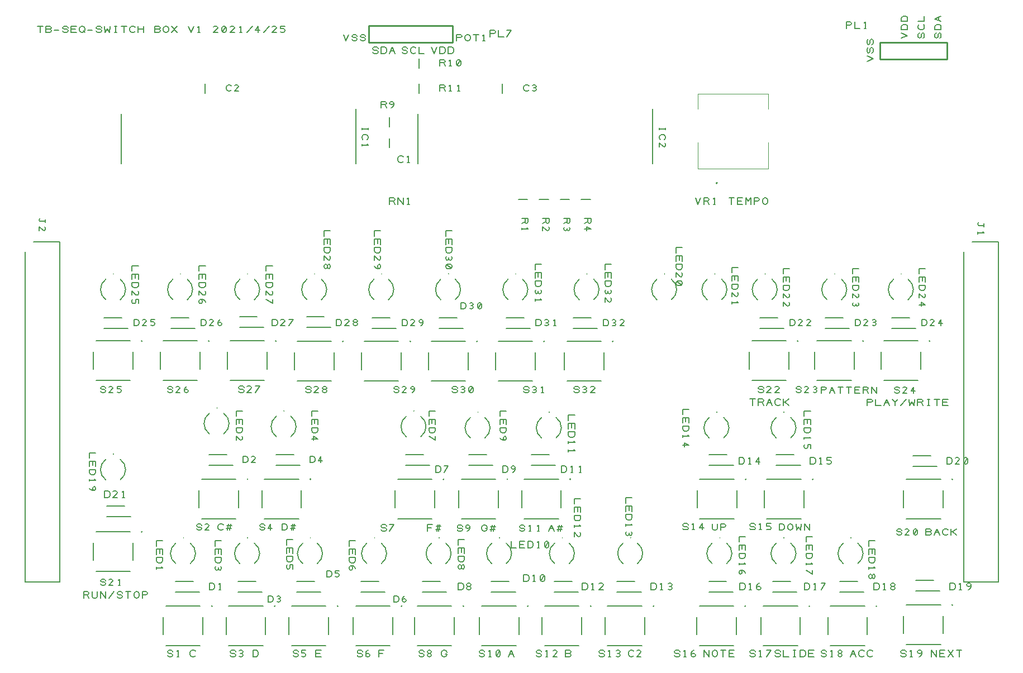
<source format=gbr>
G04 DesignSpark PCB Gerber Version 9.0 Build 5138 *
%FSLAX35Y35*%
%MOIN*%
%ADD85C,0.00394*%
%ADD22C,0.00500*%
%ADD84C,0.00787*%
%ADD11C,0.01000*%
X0Y0D02*
D02*
D11*
X210600Y375600D02*
X260600D01*
Y385600*
X210600*
Y375600*
X515600Y365600D02*
X555600D01*
Y375600*
X515600*
Y365600*
D02*
D22*
X14663Y270600D02*
X14350Y270287D01*
X14037Y269663*
X14350Y269037*
X14663Y268725*
X17787*
Y268100*
Y268725D02*
Y269975D01*
X14037Y263100D02*
Y265600D01*
X16225Y263413*
X16850Y263100*
X17475Y263413*
X17787Y264037*
Y264975*
X17475Y265600*
X14663Y381537D02*
Y385287D01*
X13100D02*
X16225D01*
X20287Y383413D02*
X20913Y383100D01*
X21225Y382475*
X20913Y381850*
X20287Y381537*
X18100*
Y385287*
X20287*
X20913Y384975*
X21225Y384350*
X20913Y383725*
X20287Y383413*
X18100*
X23100Y382787D02*
X25600D01*
X28100Y382475D02*
X28413Y381850D01*
X29037Y381537*
X30287*
X30913Y381850*
X31225Y382475*
X30913Y383100*
X30287Y383413*
X29037*
X28413Y383725*
X28100Y384350*
X28413Y384975*
X29037Y385287*
X30287*
X30913Y384975*
X31225Y384350*
X33100Y381537D02*
Y385287D01*
X36225*
X35600Y383413D02*
X33100D01*
Y381537D02*
X36225D01*
X38100Y382787D02*
Y384037D01*
X38413Y384663*
X38725Y384975*
X39350Y385287*
X39975*
X40600Y384975*
X40913Y384663*
X41225Y384037*
Y382787*
X40913Y382163*
X40600Y381850*
X39975Y381537*
X39350*
X38725Y381850*
X38413Y382163*
X38100Y382787*
X40287Y382475D02*
X41225Y381537D01*
X43100Y382787D02*
X45600D01*
X48100Y382475D02*
X48413Y381850D01*
X49037Y381537*
X50287*
X50913Y381850*
X51225Y382475*
X50913Y383100*
X50287Y383413*
X49037*
X48413Y383725*
X48100Y384350*
X48413Y384975*
X49037Y385287*
X50287*
X50913Y384975*
X51225Y384350*
X53100Y385287D02*
X53413Y381537D01*
X54663Y383413*
X55913Y381537*
X56225Y385287*
X59037Y381537D02*
X60287D01*
X59663D02*
Y385287D01*
X59037D02*
X60287D01*
X64663Y381537D02*
Y385287D01*
X63100D02*
X66225D01*
X71225Y382163D02*
X70913Y381850D01*
X70287Y381537*
X69350*
X68725Y381850*
X68413Y382163*
X68100Y382787*
Y384037*
X68413Y384663*
X68725Y384975*
X69350Y385287*
X70287*
X70913Y384975*
X71225Y384663*
X73100Y381537D02*
Y385287D01*
Y383413D02*
X76225D01*
Y381537D02*
Y385287D01*
X85287Y383413D02*
X85913Y383100D01*
X86225Y382475*
X85913Y381850*
X85287Y381537*
X83100*
Y385287*
X85287*
X85913Y384975*
X86225Y384350*
X85913Y383725*
X85287Y383413*
X83100*
X88100Y382787D02*
Y384037D01*
X88413Y384663*
X88725Y384975*
X89350Y385287*
X89975*
X90600Y384975*
X90913Y384663*
X91225Y384037*
Y382787*
X90913Y382163*
X90600Y381850*
X89975Y381537*
X89350*
X88725Y381850*
X88413Y382163*
X88100Y382787*
X93100Y381537D02*
X96225Y385287D01*
X93100D02*
X96225Y381537D01*
X103100Y385287D02*
X104663Y381537D01*
X106225Y385287*
X108725Y381537D02*
X109975D01*
X109350D02*
Y385287D01*
X108725Y384663*
X120600Y381537D02*
X118100D01*
X120287Y383725*
X120600Y384350*
X120287Y384975*
X119663Y385287*
X118725*
X118100Y384975*
X123413Y381850D02*
X124037Y381537D01*
X124663*
X125287Y381850*
X125600Y382475*
Y384350*
X125287Y384975*
X124663Y385287*
X124037*
X123413Y384975*
X123100Y384350*
Y382475*
X123413Y381850*
X125287Y384975*
X130600Y381537D02*
X128100D01*
X130287Y383725*
X130600Y384350*
X130287Y384975*
X129663Y385287*
X128725*
X128100Y384975*
X133725Y381537D02*
X134975D01*
X134350D02*
Y385287D01*
X133725Y384663*
X138100Y381537D02*
X141225Y385287D01*
X144663Y381537D02*
Y385287D01*
X143100Y382787*
X145600*
X148100Y381537D02*
X151225Y385287D01*
X155600Y381537D02*
X153100D01*
X155287Y383725*
X155600Y384350*
X155287Y384975*
X154663Y385287*
X153725*
X153100Y384975*
X158100Y381850D02*
X158725Y381537D01*
X159663*
X160287Y381850*
X160600Y382475*
Y382787*
X160287Y383413*
X159663Y383725*
X158100*
Y385287*
X160600*
X40600Y44037D02*
Y47787D01*
X42787*
X43413Y47475*
X43725Y46850*
X43413Y46225*
X42787Y45913*
X40600*
X42787D02*
X43725Y44037D01*
X45600Y47787D02*
Y44975D01*
X45913Y44350*
X46537Y44037*
X47787*
X48413Y44350*
X48725Y44975*
Y47787*
X50600Y44037D02*
Y47787D01*
X53725Y44037*
Y47787*
X55600Y44037D02*
X58725Y47787D01*
X60600Y44975D02*
X60913Y44350D01*
X61537Y44037*
X62787*
X63413Y44350*
X63725Y44975*
X63413Y45600*
X62787Y45913*
X61537*
X60913Y46225*
X60600Y46850*
X60913Y47475*
X61537Y47787*
X62787*
X63413Y47475*
X63725Y46850*
X67163Y44037D02*
Y47787D01*
X65600D02*
X68725D01*
X70600Y45287D02*
Y46537D01*
X70913Y47163*
X71225Y47475*
X71850Y47787*
X72475*
X73100Y47475*
X73413Y47163*
X73725Y46537*
Y45287*
X73413Y44663*
X73100Y44350*
X72475Y44037*
X71850*
X71225Y44350*
X70913Y44663*
X70600Y45287*
X75600Y44037D02*
Y47787D01*
X77787*
X78413Y47475*
X78725Y46850*
X78413Y46225*
X77787Y45913*
X75600*
X47787Y130600D02*
X44037D01*
Y127475*
Y125600D02*
X47787D01*
Y122475*
X45913Y123100D02*
Y125600D01*
X44037D02*
Y122475D01*
Y120600D02*
X47787D01*
Y118725*
X47475Y118100*
X47163Y117787*
X46537Y117475*
X45287*
X44663Y117787*
X44350Y118100*
X44037Y118725*
Y120600*
Y114975D02*
Y113725D01*
Y114350D02*
X47787D01*
X47163Y114975*
X44037Y109663D02*
X44350Y109037D01*
X44975Y108413*
X45913Y108100*
X46850*
X47475Y108413*
X47787Y109037*
Y109663*
X47475Y110287*
X46850Y110600*
X46225Y110287*
X45913Y109663*
Y109037*
X46225Y108413*
X46850Y108100*
X50600Y52475D02*
X50913Y51850D01*
X51537Y51537*
X52787*
X53413Y51850*
X53725Y52475*
X53413Y53100*
X52787Y53413*
X51537*
X50913Y53725*
X50600Y54350*
X50913Y54975*
X51537Y55287*
X52787*
X53413Y54975*
X53725Y54350*
X58100Y51537D02*
X55600D01*
X57787Y53725*
X58100Y54350*
X57787Y54975*
X57163Y55287*
X56225*
X55600Y54975*
X61225Y51537D02*
X62475D01*
X61850D02*
Y55287D01*
X61225Y54663*
X50600Y167475D02*
X50913Y166850D01*
X51537Y166537*
X52787*
X53413Y166850*
X53725Y167475*
X53413Y168100*
X52787Y168413*
X51537*
X50913Y168725*
X50600Y169350*
X50913Y169975*
X51537Y170287*
X52787*
X53413Y169975*
X53725Y169350*
X58100Y166537D02*
X55600D01*
X57787Y168725*
X58100Y169350*
X57787Y169975*
X57163Y170287*
X56225*
X55600Y169975*
X60600Y166850D02*
X61225Y166537D01*
X62163*
X62787Y166850*
X63100Y167475*
Y167787*
X62787Y168413*
X62163Y168725*
X60600*
Y170287*
X63100*
X53100Y104037D02*
Y107787D01*
X54975*
X55600Y107475*
X55913Y107163*
X56225Y106537*
Y105287*
X55913Y104663*
X55600Y104350*
X54975Y104037*
X53100*
X60600D02*
X58100D01*
X60287Y106225*
X60600Y106850*
X60287Y107475*
X59663Y107787*
X58725*
X58100Y107475*
X63725Y104037D02*
X64975D01*
X64350D02*
Y107787D01*
X63725Y107163*
X73227Y242235D02*
X69477D01*
Y239110*
Y237235D02*
X73227D01*
Y234110*
X71352Y234735D02*
Y237235D01*
X69477D02*
Y234110D01*
Y232235D02*
X73227D01*
Y230360*
X72915Y229735*
X72602Y229423*
X71977Y229110*
X70727*
X70102Y229423*
X69789Y229735*
X69477Y230360*
Y232235*
Y224735D02*
Y227235D01*
X71665Y225048*
X72289Y224735*
X72915Y225048*
X73227Y225673*
Y226610*
X72915Y227235*
X69789Y222235D02*
X69477Y221610D01*
Y220673*
X69789Y220048*
X70415Y219735*
X70727*
X71352Y220048*
X71665Y220673*
Y222235*
X73227*
Y219735*
X70600Y206537D02*
Y210287D01*
X72475*
X73100Y209975*
X73413Y209663*
X73725Y209037*
Y207787*
X73413Y207163*
X73100Y206850*
X72475Y206537*
X70600*
X78100D02*
X75600D01*
X77787Y208725*
X78100Y209350*
X77787Y209975*
X77163Y210287*
X76225*
X75600Y209975*
X80600Y206850D02*
X81225Y206537D01*
X82163*
X82787Y206850*
X83100Y207475*
Y207787*
X82787Y208413*
X82163Y208725*
X80600*
Y210287*
X83100*
X87787Y78100D02*
X84037D01*
Y74975*
Y73100D02*
X87787D01*
Y69975*
X85913Y70600D02*
Y73100D01*
X84037D02*
Y69975D01*
Y68100D02*
X87787D01*
Y66225*
X87475Y65600*
X87163Y65287*
X86537Y64975*
X85287*
X84663Y65287*
X84350Y65600*
X84037Y66225*
Y68100*
Y62475D02*
Y61225D01*
Y61850D02*
X87787D01*
X87163Y62475*
X90600Y9975D02*
X90913Y9350D01*
X91537Y9037*
X92787*
X93413Y9350*
X93725Y9975*
X93413Y10600*
X92787Y10913*
X91537*
X90913Y11225*
X90600Y11850*
X90913Y12475*
X91537Y12787*
X92787*
X93413Y12475*
X93725Y11850*
X96225Y9037D02*
X97475D01*
X96850D02*
Y12787D01*
X96225Y12163*
X90600Y167475D02*
X90913Y166850D01*
X91537Y166537*
X92787*
X93413Y166850*
X93725Y167475*
X93413Y168100*
X92787Y168413*
X91537*
X90913Y168725*
X90600Y169350*
X90913Y169975*
X91537Y170287*
X92787*
X93413Y169975*
X93725Y169350*
X98100Y166537D02*
X95600D01*
X97787Y168725*
X98100Y169350*
X97787Y169975*
X97163Y170287*
X96225*
X95600Y169975*
X100600Y167475D02*
X100913Y168100D01*
X101537Y168413*
X102163*
X102787Y168100*
X103100Y167475*
X102787Y166850*
X102163Y166537*
X101537*
X100913Y166850*
X100600Y167475*
Y168413*
X100913Y169350*
X101537Y169975*
X102163Y170287*
X107269Y9663D02*
X106956Y9350D01*
X106331Y9037*
X105393*
X104769Y9350*
X104456Y9663*
X104143Y10287*
Y11537*
X104456Y12163*
X104769Y12475*
X105393Y12787*
X106331*
X106956Y12475*
X107269Y12163*
X107917Y85392D02*
X108229Y84767D01*
X108854Y84454*
X110104*
X110729Y84767*
X111042Y85392*
X110729Y86017*
X110104Y86329*
X108854*
X108229Y86642*
X107917Y87267*
X108229Y87892*
X108854Y88204*
X110104*
X110729Y87892*
X111042Y87267*
X115417Y84454D02*
X112917D01*
X115104Y86642*
X115417Y87267*
X115104Y87892*
X114479Y88204*
X113542*
X112917Y87892*
X113227Y242235D02*
X109477D01*
Y239110*
Y237235D02*
X113227D01*
Y234110*
X111352Y234735D02*
Y237235D01*
X109477D02*
Y234110D01*
Y232235D02*
X113227D01*
Y230360*
X112915Y229735*
X112602Y229423*
X111977Y229110*
X110727*
X110102Y229423*
X109789Y229735*
X109477Y230360*
Y232235*
Y224735D02*
Y227235D01*
X111665Y225048*
X112289Y224735*
X112915Y225048*
X113227Y225673*
Y226610*
X112915Y227235*
X110415Y222235D02*
X111039Y221923D01*
X111352Y221298*
Y220673*
X111039Y220048*
X110415Y219735*
X109789Y220048*
X109477Y220673*
Y221298*
X109789Y221923*
X110415Y222235*
X111352*
X112289Y221923*
X112915Y221298*
X113227Y220673*
X110600Y206537D02*
Y210287D01*
X112475*
X113100Y209975*
X113413Y209663*
X113725Y209037*
Y207787*
X113413Y207163*
X113100Y206850*
X112475Y206537*
X110600*
X118100D02*
X115600D01*
X117787Y208725*
X118100Y209350*
X117787Y209975*
X117163Y210287*
X116225*
X115600Y209975*
X120600Y207475D02*
X120913Y208100D01*
X121537Y208413*
X122163*
X122787Y208100*
X123100Y207475*
X122787Y206850*
X122163Y206537*
X121537*
X120913Y206850*
X120600Y207475*
Y208413*
X120913Y209350*
X121537Y209975*
X122163Y210287*
X115600Y49037D02*
Y52787D01*
X117475*
X118100Y52475*
X118413Y52163*
X118725Y51537*
Y50287*
X118413Y49663*
X118100Y49350*
X117475Y49037*
X115600*
X121225D02*
X122475D01*
X121850D02*
Y52787D01*
X121225Y52163*
X122787Y78100D02*
X119037D01*
Y74975*
Y73100D02*
X122787D01*
Y69975*
X120913Y70600D02*
Y73100D01*
X119037D02*
Y69975D01*
Y68100D02*
X122787D01*
Y66225*
X122475Y65600*
X122163Y65287*
X121537Y64975*
X120287*
X119663Y65287*
X119350Y65600*
X119037Y66225*
Y68100*
X119350Y62787D02*
X119037Y62163D01*
Y61537*
X119350Y60913*
X119975Y60600*
X120600Y60913*
X120913Y61537*
Y62163*
Y61537D02*
X121225Y60913D01*
X121850Y60600*
X122475Y60913*
X122787Y61537*
Y62163*
X122475Y62787*
X123956Y85079D02*
X123643Y84767D01*
X123018Y84454*
X122081*
X121456Y84767*
X121143Y85079*
X120831Y85704*
Y86954*
X121143Y87579*
X121456Y87892*
X122081Y88204*
X123018*
X123643Y87892*
X123956Y87579*
X126456Y84454D02*
X127081Y88204D01*
X128331D02*
X127706Y84454D01*
X128643Y85392D02*
X125831D01*
X126143Y87267D02*
X128956D01*
X128725Y347163D02*
X128413Y346850D01*
X127787Y346537*
X126850*
X126225Y346850*
X125913Y347163*
X125600Y347787*
Y349037*
X125913Y349663*
X126225Y349975*
X126850Y350287*
X127787*
X128413Y349975*
X128725Y349663*
X133100Y346537D02*
X130600D01*
X132787Y348725*
X133100Y349350*
X132787Y349975*
X132163Y350287*
X131225*
X130600Y349975*
X128100Y9975D02*
X128413Y9350D01*
X129037Y9037*
X130287*
X130913Y9350*
X131225Y9975*
X130913Y10600*
X130287Y10913*
X129037*
X128413Y11225*
X128100Y11850*
X128413Y12475*
X129037Y12787*
X130287*
X130913Y12475*
X131225Y11850*
X133413Y9350D02*
X134037Y9037D01*
X134663*
X135287Y9350*
X135600Y9975*
X135287Y10600*
X134663Y10913*
X134037*
X134663D02*
X135287Y11225D01*
X135600Y11850*
X135287Y12475*
X134663Y12787*
X134037*
X133413Y12475*
X135287Y155600D02*
X131537D01*
Y152475*
Y150600D02*
X135287D01*
Y147475*
X133413Y148100D02*
Y150600D01*
X131537D02*
Y147475D01*
Y145600D02*
X135287D01*
Y143725*
X134975Y143100*
X134663Y142787*
X134037Y142475*
X132787*
X132163Y142787*
X131850Y143100*
X131537Y143725*
Y145600*
Y138100D02*
Y140600D01*
X133725Y138413*
X134350Y138100*
X134975Y138413*
X135287Y139037*
Y139975*
X134975Y140600*
X133100Y167651D02*
X133413Y167026D01*
X134037Y166713*
X135287*
X135913Y167026*
X136225Y167651*
X135913Y168276*
X135287Y168588*
X134037*
X133413Y168901*
X133100Y169526*
X133413Y170151*
X134037Y170463*
X135287*
X135913Y170151*
X136225Y169526*
X140600Y166713D02*
X138100D01*
X140287Y168901*
X140600Y169526*
X140287Y170151*
X139663Y170463*
X138725*
X138100Y170151*
X143100Y166713D02*
X145600Y170463D01*
X143100*
X135600Y124767D02*
Y128517D01*
X137475*
X138100Y128205*
X138413Y127893*
X138725Y127267*
Y126017*
X138413Y125393*
X138100Y125080*
X137475Y124767*
X135600*
X143100D02*
X140600D01*
X142787Y126955*
X143100Y127580*
X142787Y128205*
X142163Y128517*
X141225*
X140600Y128205*
X141643Y9037D02*
Y12787D01*
X143519*
X144143Y12475*
X144456Y12163*
X144769Y11537*
Y10287*
X144456Y9663*
X144143Y9350*
X143519Y9037*
X141643*
X145600Y85392D02*
X145913Y84767D01*
X146537Y84454*
X147787*
X148413Y84767*
X148725Y85392*
X148413Y86017*
X147787Y86329*
X146537*
X145913Y86642*
X145600Y87267*
X145913Y87892*
X146537Y88204*
X147787*
X148413Y87892*
X148725Y87267*
X152163Y84454D02*
Y88204D01*
X150600Y85704*
X153100*
X153227Y242235D02*
X149477D01*
Y239110*
Y237235D02*
X153227D01*
Y234110*
X151352Y234735D02*
Y237235D01*
X149477D02*
Y234110D01*
Y232235D02*
X153227D01*
Y230360*
X152915Y229735*
X152602Y229423*
X151977Y229110*
X150727*
X150102Y229423*
X149789Y229735*
X149477Y230360*
Y232235*
Y224735D02*
Y227235D01*
X151665Y225048*
X152289Y224735*
X152915Y225048*
X153227Y225673*
Y226610*
X152915Y227235*
X149477Y222235D02*
X153227Y219735D01*
Y222235*
X150600Y41537D02*
Y45287D01*
X152475*
X153100Y44975*
X153413Y44663*
X153725Y44037*
Y42787*
X153413Y42163*
X153100Y41850*
X152475Y41537*
X150600*
X155913Y41850D02*
X156537Y41537D01*
X157163*
X157787Y41850*
X158100Y42475*
X157787Y43100*
X157163Y43413*
X156537*
X157163D02*
X157787Y43725D01*
X158100Y44350*
X157787Y44975*
X157163Y45287*
X156537*
X155913Y44975*
X153100Y206537D02*
Y210287D01*
X154975*
X155600Y209975*
X155913Y209663*
X156225Y209037*
Y207787*
X155913Y207163*
X155600Y206850*
X154975Y206537*
X153100*
X160600D02*
X158100D01*
X160287Y208725*
X160600Y209350*
X160287Y209975*
X159663Y210287*
X158725*
X158100Y209975*
X163100Y206537D02*
X165600Y210287D01*
X163100*
X158958Y84454D02*
Y88204D01*
X160833*
X161458Y87892*
X161771Y87579*
X162083Y86954*
Y85704*
X161771Y85079*
X161458Y84767*
X160833Y84454*
X158958*
X164583D02*
X165208Y88204D01*
X166458D02*
X165833Y84454D01*
X166771Y85392D02*
X163958D01*
X164271Y87267D02*
X167083D01*
X165287Y78789D02*
X161537D01*
Y75664*
Y73789D02*
X165287D01*
Y70664*
X163413Y71289D02*
Y73789D01*
X161537D02*
Y70664D01*
Y68789D02*
X165287D01*
Y66914*
X164975Y66289*
X164663Y65976*
X164037Y65664*
X162787*
X162163Y65976*
X161850Y66289*
X161537Y66914*
Y68789*
X161850Y63789D02*
X161537Y63164D01*
Y62226*
X161850Y61602*
X162475Y61289*
X162787*
X163413Y61602*
X163725Y62226*
Y63789*
X165287*
Y61289*
X165600Y9975D02*
X165913Y9350D01*
X166537Y9037*
X167787*
X168413Y9350*
X168725Y9975*
X168413Y10600*
X167787Y10913*
X166537*
X165913Y11225*
X165600Y11850*
X165913Y12475*
X166537Y12787*
X167787*
X168413Y12475*
X168725Y11850*
X170600Y9350D02*
X171225Y9037D01*
X172163*
X172787Y9350*
X173100Y9975*
Y10287*
X172787Y10913*
X172163Y11225*
X170600*
Y12787*
X173100*
Y167475D02*
X173413Y166850D01*
X174037Y166537*
X175287*
X175913Y166850*
X176225Y167475*
X175913Y168100*
X175287Y168413*
X174037*
X173413Y168725*
X173100Y169350*
X173413Y169975*
X174037Y170287*
X175287*
X175913Y169975*
X176225Y169350*
X180600Y166537D02*
X178100D01*
X180287Y168725*
X180600Y169350*
X180287Y169975*
X179663Y170287*
X178725*
X178100Y169975*
X184037Y168413D02*
X184663D01*
X185287Y168725*
X185600Y169350*
X185287Y169975*
X184663Y170287*
X184037*
X183413Y169975*
X183100Y169350*
X183413Y168725*
X184037Y168413*
X183413Y168100*
X183100Y167475*
X183413Y166850*
X184037Y166537*
X184663*
X185287Y166850*
X185600Y167475*
X185287Y168100*
X184663Y168413*
X175600Y124767D02*
Y128517D01*
X177475*
X178100Y128205*
X178413Y127893*
X178725Y127267*
Y126017*
X178413Y125393*
X178100Y125080*
X177475Y124767*
X175600*
X182163D02*
Y128517D01*
X180600Y126017*
X183100*
X180287Y155600D02*
X176537D01*
Y152475*
Y150600D02*
X180287D01*
Y147475*
X178413Y148100D02*
Y150600D01*
X176537D02*
Y147475D01*
Y145600D02*
X180287D01*
Y143725*
X179975Y143100*
X179663Y142787*
X179037Y142475*
X177787*
X177163Y142787*
X176850Y143100*
X176537Y143725*
Y145600*
Y139037D02*
X180287D01*
X177787Y140600*
Y138100*
X179143Y9037D02*
Y12787D01*
X182269*
X181643Y10913D02*
X179143D01*
Y9037D02*
X182269D01*
X187787Y263100D02*
X184037D01*
Y259975*
Y258100D02*
X187787D01*
Y254975*
X185913Y255600D02*
Y258100D01*
X184037D02*
Y254975D01*
Y253100D02*
X187787D01*
Y251225*
X187475Y250600*
X187163Y250287*
X186537Y249975*
X185287*
X184663Y250287*
X184350Y250600*
X184037Y251225*
Y253100*
Y245600D02*
Y248100D01*
X186225Y245913*
X186850Y245600*
X187475Y245913*
X187787Y246537*
Y247475*
X187475Y248100*
X185913Y242163D02*
Y241537D01*
X186225Y240913*
X186850Y240600*
X187475Y240913*
X187787Y241537*
Y242163*
X187475Y242787*
X186850Y243100*
X186225Y242787*
X185913Y242163*
X185600Y242787*
X184975Y243100*
X184350Y242787*
X184037Y242163*
Y241537*
X184350Y240913*
X184975Y240600*
X185600Y240913*
X185913Y241537*
X185600Y56537D02*
Y60287D01*
X187475*
X188100Y59975*
X188413Y59663*
X188725Y59037*
Y57787*
X188413Y57163*
X188100Y56850*
X187475Y56537*
X185600*
X190600Y56850D02*
X191225Y56537D01*
X192163*
X192787Y56850*
X193100Y57475*
Y57787*
X192787Y58413*
X192163Y58725*
X190600*
Y60287*
X193100*
X191348Y206537D02*
Y210287D01*
X193223*
X193848Y209975*
X194161Y209663*
X194473Y209037*
Y207787*
X194161Y207163*
X193848Y206850*
X193223Y206537*
X191348*
X198848D02*
X196348D01*
X198535Y208725*
X198848Y209350*
X198535Y209975*
X197911Y210287*
X196973*
X196348Y209975*
X202285Y208413D02*
X202911D01*
X203535Y208725*
X203848Y209350*
X203535Y209975*
X202911Y210287*
X202285*
X201661Y209975*
X201348Y209350*
X201661Y208725*
X202285Y208413*
X201661Y208100*
X201348Y207475*
X201661Y206850*
X202285Y206537*
X202911*
X203535Y206850*
X203848Y207475*
X203535Y208100*
X202911Y208413*
X202787Y78100D02*
X199037D01*
Y74975*
Y73100D02*
X202787D01*
Y69975*
X200913Y70600D02*
Y73100D01*
X199037D02*
Y69975D01*
Y68100D02*
X202787D01*
Y66225*
X202475Y65600*
X202163Y65287*
X201537Y64975*
X200287*
X199663Y65287*
X199350Y65600*
X199037Y66225*
Y68100*
X199975Y63100D02*
X200600Y62787D01*
X200913Y62163*
Y61537*
X200600Y60913*
X199975Y60600*
X199350Y60913*
X199037Y61537*
Y62163*
X199350Y62787*
X199975Y63100*
X200913*
X201850Y62787*
X202475Y62163*
X202787Y61537*
X203848Y9975D02*
X204161Y9350D01*
X204785Y9037*
X206035*
X206661Y9350*
X206973Y9975*
X206661Y10600*
X206035Y10913*
X204785*
X204161Y11225*
X203848Y11850*
X204161Y12475*
X204785Y12787*
X206035*
X206661Y12475*
X206973Y11850*
X208848Y9975D02*
X209161Y10600D01*
X209785Y10913*
X210411*
X211035Y10600*
X211348Y9975*
X211035Y9350*
X210411Y9037*
X209785*
X209161Y9350*
X208848Y9975*
Y10913*
X209161Y11850*
X209785Y12475*
X210411Y12787*
X206537Y324663D02*
Y323413D01*
Y324037D02*
X210287D01*
Y324663D02*
Y323413D01*
X207163Y317475D02*
X206850Y317787D01*
X206537Y318413*
Y319350*
X206850Y319975*
X207163Y320287*
X207787Y320600*
X209037*
X209663Y320287*
X209975Y319975*
X210287Y319350*
Y318413*
X209975Y317787*
X209663Y317475*
X206537Y314975D02*
Y313725D01*
Y314350D02*
X210287D01*
X209663Y314975*
X195600Y380287D02*
X197163Y376537D01*
X198725Y380287*
X200600Y377475D02*
X200913Y376850D01*
X201537Y376537*
X202787*
X203413Y376850*
X203725Y377475*
X203413Y378100*
X202787Y378413*
X201537*
X200913Y378725*
X200600Y379350*
X200913Y379975*
X201537Y380287*
X202787*
X203413Y379975*
X203725Y379350*
X205600Y377475D02*
X205913Y376850D01*
X206537Y376537*
X207787*
X208413Y376850*
X208725Y377475*
X208413Y378100*
X207787Y378413*
X206537*
X205913Y378725*
X205600Y379350*
X205913Y379975*
X206537Y380287*
X207787*
X208413Y379975*
X208725Y379350*
X217787Y263100D02*
X214037D01*
Y259975*
Y258100D02*
X217787D01*
Y254975*
X215913Y255600D02*
Y258100D01*
X214037D02*
Y254975D01*
Y253100D02*
X217787D01*
Y251225*
X217475Y250600*
X217163Y250287*
X216537Y249975*
X215287*
X214663Y250287*
X214350Y250600*
X214037Y251225*
Y253100*
Y245600D02*
Y248100D01*
X216225Y245913*
X216850Y245600*
X217475Y245913*
X217787Y246537*
Y247475*
X217475Y248100*
X214037Y242163D02*
X214350Y241537D01*
X214975Y240913*
X215913Y240600*
X216850*
X217475Y240913*
X217787Y241537*
Y242163*
X217475Y242787*
X216850Y243100*
X216225Y242787*
X215913Y242163*
Y241537*
X216225Y240913*
X216850Y240600*
X216643Y9037D02*
Y12787D01*
X219769*
X219143Y10913D02*
X216643D01*
X218100Y84975D02*
X218413Y84350D01*
X219037Y84037*
X220287*
X220913Y84350*
X221225Y84975*
X220913Y85600*
X220287Y85913*
X219037*
X218413Y86225*
X218100Y86850*
X218413Y87475*
X219037Y87787*
X220287*
X220913Y87475*
X221225Y86850*
X223100Y84037D02*
X225600Y87787D01*
X223100*
X218100Y336537D02*
Y340287D01*
X220287*
X220913Y339975*
X221225Y339350*
X220913Y338725*
X220287Y338413*
X218100*
X220287D02*
X221225Y336537D01*
X224037D02*
X224663Y336850D01*
X225287Y337475*
X225600Y338413*
Y339350*
X225287Y339975*
X224663Y340287*
X224037*
X223413Y339975*
X223100Y339350*
X223413Y338725*
X224037Y338413*
X224663*
X225287Y338725*
X225600Y339350*
X223100Y279037D02*
Y282787D01*
X225287*
X225913Y282475*
X226225Y281850*
X225913Y281225*
X225287Y280913*
X223100*
X225287D02*
X226225Y279037D01*
X228100D02*
Y282787D01*
X231225Y279037*
Y282787*
X233725Y279037D02*
X234975D01*
X234350D02*
Y282787D01*
X233725Y282163*
X225600Y41537D02*
Y45287D01*
X227475*
X228100Y44975*
X228413Y44663*
X228725Y44037*
Y42787*
X228413Y42163*
X228100Y41850*
X227475Y41537*
X225600*
X230600Y42475D02*
X230913Y43100D01*
X231537Y43413*
X232163*
X232787Y43100*
X233100Y42475*
X232787Y41850*
X232163Y41537*
X231537*
X230913Y41850*
X230600Y42475*
Y43413*
X230913Y44350*
X231537Y44975*
X232163Y45287*
X225600Y167475D02*
X225913Y166850D01*
X226537Y166537*
X227787*
X228413Y166850*
X228725Y167475*
X228413Y168100*
X227787Y168413*
X226537*
X225913Y168725*
X225600Y169350*
X225913Y169975*
X226537Y170287*
X227787*
X228413Y169975*
X228725Y169350*
X233100Y166537D02*
X230600D01*
X232787Y168725*
X233100Y169350*
X232787Y169975*
X232163Y170287*
X231225*
X230600Y169975*
X236537Y166537D02*
X237163Y166850D01*
X237787Y167475*
X238100Y168413*
Y169350*
X237787Y169975*
X237163Y170287*
X236537*
X235913Y169975*
X235600Y169350*
X235913Y168725*
X236537Y168413*
X237163*
X237787Y168725*
X238100Y169350*
X231225Y304663D02*
X230913Y304350D01*
X230287Y304037*
X229350*
X228725Y304350*
X228413Y304663*
X228100Y305287*
Y306537*
X228413Y307163*
X228725Y307475*
X229350Y307787*
X230287*
X230913Y307475*
X231225Y307163*
X233725Y304037D02*
X234975D01*
X234350D02*
Y307787D01*
X233725Y307163*
X213100Y369975D02*
X213413Y369350D01*
X214037Y369037*
X215287*
X215913Y369350*
X216225Y369975*
X215913Y370600*
X215287Y370913*
X214037*
X213413Y371225*
X213100Y371850*
X213413Y372475*
X214037Y372787*
X215287*
X215913Y372475*
X216225Y371850*
X218100Y369037D02*
Y372787D01*
X219975*
X220600Y372475*
X220913Y372163*
X221225Y371537*
Y370287*
X220913Y369663*
X220600Y369350*
X219975Y369037*
X218100*
X223100D02*
X224663Y372787D01*
X226225Y369037*
X223725Y370600D02*
X225600D01*
X230600Y206403D02*
Y210153D01*
X232475*
X233100Y209841*
X233413Y209528*
X233725Y208903*
Y207653*
X233413Y207028*
X233100Y206715*
X232475Y206403*
X230600*
X238100D02*
X235600D01*
X237787Y208591*
X238100Y209215*
X237787Y209841*
X237163Y210153*
X236225*
X235600Y209841*
X241537Y206403D02*
X242163Y206715D01*
X242787Y207341*
X243100Y208278*
Y209215*
X242787Y209841*
X242163Y210153*
X241537*
X240913Y209841*
X240600Y209215*
X240913Y208591*
X241537Y208278*
X242163*
X242787Y208591*
X243100Y209215*
X240600Y9975D02*
X240913Y9350D01*
X241537Y9037*
X242787*
X243413Y9350*
X243725Y9975*
X243413Y10600*
X242787Y10913*
X241537*
X240913Y11225*
X240600Y11850*
X240913Y12475*
X241537Y12787*
X242787*
X243413Y12475*
X243725Y11850*
X246537Y10913D02*
X247163D01*
X247787Y11225*
X248100Y11850*
X247787Y12475*
X247163Y12787*
X246537*
X245913Y12475*
X245600Y11850*
X245913Y11225*
X246537Y10913*
X245913Y10600*
X245600Y9975*
X245913Y9350*
X246537Y9037*
X247163*
X247787Y9350*
X248100Y9975*
X247787Y10600*
X247163Y10913*
X245600Y84037D02*
Y87787D01*
X248725*
X248100Y85913D02*
X245600D01*
X251225Y84037D02*
X251850Y87787D01*
X253100D02*
X252475Y84037D01*
X253413Y84975D02*
X250600D01*
X250913Y86850D02*
X253725D01*
X250287Y155600D02*
X246537D01*
Y152475*
Y150600D02*
X250287D01*
Y147475*
X248413Y148100D02*
Y150600D01*
X246537D02*
Y147475D01*
Y145600D02*
X250287D01*
Y143725*
X249975Y143100*
X249663Y142787*
X249037Y142475*
X247787*
X247163Y142787*
X246850Y143100*
X246537Y143725*
Y145600*
Y140600D02*
X250287Y138100D01*
Y140600*
X230600Y369975D02*
X230913Y369350D01*
X231537Y369037*
X232787*
X233413Y369350*
X233725Y369975*
X233413Y370600*
X232787Y370913*
X231537*
X230913Y371225*
X230600Y371850*
X230913Y372475*
X231537Y372787*
X232787*
X233413Y372475*
X233725Y371850*
X238725Y369663D02*
X238413Y369350D01*
X237787Y369037*
X236850*
X236225Y369350*
X235913Y369663*
X235600Y370287*
Y371537*
X235913Y372163*
X236225Y372475*
X236850Y372787*
X237787*
X238413Y372475*
X238725Y372163*
X240600Y372787D02*
Y369037D01*
X243725*
X250600Y119037D02*
Y122787D01*
X252475*
X253100Y122475*
X253413Y122163*
X253725Y121537*
Y120287*
X253413Y119663*
X253100Y119350*
X252475Y119037*
X250600*
X255600D02*
X258100Y122787D01*
X255600*
X253100Y346537D02*
Y350287D01*
X255287*
X255913Y349975*
X256225Y349350*
X255913Y348725*
X255287Y348413*
X253100*
X255287D02*
X256225Y346537D01*
X258725D02*
X259975D01*
X259350D02*
Y350287D01*
X258725Y349663*
X263725Y346537D02*
X264975D01*
X264350D02*
Y350287D01*
X263725Y349663*
X253100Y361537D02*
Y365287D01*
X255287*
X255913Y364975*
X256225Y364350*
X255913Y363725*
X255287Y363413*
X253100*
X255287D02*
X256225Y361537D01*
X258725D02*
X259975D01*
X259350D02*
Y365287D01*
X258725Y364663*
X263413Y361850D02*
X264037Y361537D01*
X264663*
X265287Y361850*
X265600Y362475*
Y364350*
X265287Y364975*
X264663Y365287*
X264037*
X263413Y364975*
X263100Y364350*
Y362475*
X263413Y361850*
X265287Y364975*
X256331Y10600D02*
X257269D01*
Y10287*
X256956Y9663*
X256643Y9350*
X256019Y9037*
X255393*
X254769Y9350*
X254456Y9663*
X254143Y10287*
Y11537*
X254456Y12163*
X254769Y12475*
X255393Y12787*
X256019*
X256643Y12475*
X256956Y12163*
X257269Y11537*
X260287Y263100D02*
X256537D01*
Y259975*
Y258100D02*
X260287D01*
Y254975*
X258413Y255600D02*
Y258100D01*
X256537D02*
Y254975D01*
Y253100D02*
X260287D01*
Y251225*
X259975Y250600*
X259663Y250287*
X259037Y249975*
X257787*
X257163Y250287*
X256850Y250600*
X256537Y251225*
Y253100*
X256850Y247787D02*
X256537Y247163D01*
Y246537*
X256850Y245913*
X257475Y245600*
X258100Y245913*
X258413Y246537*
Y247163*
Y246537D02*
X258725Y245913D01*
X259350Y245600*
X259975Y245913*
X260287Y246537*
Y247163*
X259975Y247787*
X256850Y242787D02*
X256537Y242163D01*
Y241537*
X256850Y240913*
X257475Y240600*
X259350*
X259975Y240913*
X260287Y241537*
Y242163*
X259975Y242787*
X259350Y243100*
X257475*
X256850Y242787*
X259975Y240913*
X260427Y167475D02*
X260739Y166850D01*
X261364Y166537*
X262614*
X263239Y166850*
X263552Y167475*
X263239Y168100*
X262614Y168413*
X261364*
X260739Y168725*
X260427Y169350*
X260739Y169975*
X261364Y170287*
X262614*
X263239Y169975*
X263552Y169350*
X265739Y166850D02*
X266364Y166537D01*
X266989*
X267614Y166850*
X267927Y167475*
X267614Y168100*
X266989Y168413*
X266364*
X266989D02*
X267614Y168725D01*
X267927Y169350*
X267614Y169975*
X266989Y170287*
X266364*
X265739Y169975*
X270739Y166850D02*
X271364Y166537D01*
X271989*
X272614Y166850*
X272927Y167475*
Y169350*
X272614Y169975*
X271989Y170287*
X271364*
X270739Y169975*
X270427Y169350*
Y167475*
X270739Y166850*
X272614Y169975*
X267787Y78789D02*
X264037D01*
Y75664*
Y73789D02*
X267787D01*
Y70664*
X265913Y71289D02*
Y73789D01*
X264037D02*
Y70664D01*
Y68789D02*
X267787D01*
Y66914*
X267475Y66289*
X267163Y65976*
X266537Y65664*
X265287*
X264663Y65976*
X264350Y66289*
X264037Y66914*
Y68789*
X265913Y62852D02*
Y62226D01*
X266225Y61602*
X266850Y61289*
X267475Y61602*
X267787Y62226*
Y62852*
X267475Y63476*
X266850Y63789*
X266225Y63476*
X265913Y62852*
X265600Y63476*
X264975Y63789*
X264350Y63476*
X264037Y62852*
Y62226*
X264350Y61602*
X264975Y61289*
X265600Y61602*
X265913Y62226*
X248100Y372787D02*
X249663Y369037D01*
X251225Y372787*
X253100Y369037D02*
Y372787D01*
X254975*
X255600Y372475*
X255913Y372163*
X256225Y371537*
Y370287*
X255913Y369663*
X255600Y369350*
X254975Y369037*
X253100*
X258100D02*
Y372787D01*
X259975*
X260600Y372475*
X260913Y372163*
X261225Y371537*
Y370287*
X260913Y369663*
X260600Y369350*
X259975Y369037*
X258100*
X263504Y84777D02*
X263816Y84152D01*
X264441Y83839*
X265691*
X266316Y84152*
X266629Y84777*
X266316Y85402*
X265691Y85714*
X264441*
X263816Y86027*
X263504Y86652*
X263816Y87277*
X264441Y87589*
X265691*
X266316Y87277*
X266629Y86652*
X269441Y83839D02*
X270066Y84152D01*
X270691Y84777*
X271004Y85714*
Y86652*
X270691Y87277*
X270066Y87589*
X269441*
X268816Y87277*
X268504Y86652*
X268816Y86027*
X269441Y85714*
X270066*
X270691Y86027*
X271004Y86652*
X264143Y49037D02*
Y52787D01*
X266019*
X266643Y52475*
X266956Y52163*
X267269Y51537*
Y50287*
X266956Y49663*
X266643Y49350*
X266019Y49037*
X264143*
X270081Y50913D02*
X270706D01*
X271331Y51225*
X271643Y51850*
X271331Y52475*
X270706Y52787*
X270081*
X269456Y52475*
X269143Y51850*
X269456Y51225*
X270081Y50913*
X269456Y50600*
X269143Y49975*
X269456Y49350*
X270081Y49037*
X270706*
X271331Y49350*
X271643Y49975*
X271331Y50600*
X270706Y50913*
X265600Y216537D02*
Y220287D01*
X267475*
X268100Y219975*
X268413Y219663*
X268725Y219037*
Y217787*
X268413Y217163*
X268100Y216850*
X267475Y216537*
X265600*
X270913Y216850D02*
X271537Y216537D01*
X272163*
X272787Y216850*
X273100Y217475*
X272787Y218100*
X272163Y218413*
X271537*
X272163D02*
X272787Y218725D01*
X273100Y219350*
X272787Y219975*
X272163Y220287*
X271537*
X270913Y219975*
X275913Y216850D02*
X276537Y216537D01*
X277163*
X277787Y216850*
X278100Y217475*
Y219350*
X277787Y219975*
X277163Y220287*
X276537*
X275913Y219975*
X275600Y219350*
Y217475*
X275913Y216850*
X277787Y219975*
X276643Y9975D02*
X276956Y9350D01*
X277581Y9037*
X278831*
X279456Y9350*
X279769Y9975*
X279456Y10600*
X278831Y10913*
X277581*
X276956Y11225*
X276643Y11850*
X276956Y12475*
X277581Y12787*
X278831*
X279456Y12475*
X279769Y11850*
X282269Y9037D02*
X283519D01*
X282893D02*
Y12787D01*
X282269Y12163*
X286956Y9350D02*
X287581Y9037D01*
X288206*
X288831Y9350*
X289143Y9975*
Y11850*
X288831Y12475*
X288206Y12787*
X287581*
X286956Y12475*
X286643Y11850*
Y9975*
X286956Y9350*
X288831Y12475*
X280287Y85402D02*
X281225D01*
Y85089*
X280913Y84464*
X280600Y84152*
X279975Y83839*
X279350*
X278725Y84152*
X278413Y84464*
X278100Y85089*
Y86339*
X278413Y86964*
X278725Y87277*
X279350Y87589*
X279975*
X280600Y87277*
X280913Y86964*
X281225Y86339*
X283725Y83839D02*
X284350Y87589D01*
X285600D02*
X284975Y83839D01*
X285913Y84777D02*
X283100D01*
X283413Y86652D02*
X286225D01*
X263100Y376537D02*
Y380287D01*
X265287*
X265913Y379975*
X266225Y379350*
X265913Y378725*
X265287Y378413*
X263100*
X268100Y377787D02*
Y379037D01*
X268413Y379663*
X268725Y379975*
X269350Y380287*
X269975*
X270600Y379975*
X270913Y379663*
X271225Y379037*
Y377787*
X270913Y377163*
X270600Y376850*
X269975Y376537*
X269350*
X268725Y376850*
X268413Y377163*
X268100Y377787*
X274663Y376537D02*
Y380287D01*
X273100D02*
X276225D01*
X278725Y376537D02*
X279975D01*
X279350D02*
Y380287D01*
X278725Y379663*
X283100Y379037D02*
Y382787D01*
X285287*
X285913Y382475*
X286225Y381850*
X285913Y381225*
X285287Y380913*
X283100*
X288100Y382787D02*
Y379037D01*
X291225*
X293100D02*
X295600Y382787D01*
X293100*
X292787Y155600D02*
X289037D01*
Y152475*
Y150600D02*
X292787D01*
Y147475*
X290913Y148100D02*
Y150600D01*
X289037D02*
Y147475D01*
Y145600D02*
X292787D01*
Y143725*
X292475Y143100*
X292163Y142787*
X291537Y142475*
X290287*
X289663Y142787*
X289350Y143100*
X289037Y143725*
Y145600*
Y139663D02*
X289350Y139037D01*
X289975Y138413*
X290913Y138100*
X291850*
X292475Y138413*
X292787Y139037*
Y139663*
X292475Y140287*
X291850Y140600*
X291225Y140287*
X290913Y139663*
Y139037*
X291225Y138413*
X291850Y138100*
X290600Y119037D02*
Y122787D01*
X292475*
X293100Y122475*
X293413Y122163*
X293725Y121537*
Y120287*
X293413Y119663*
X293100Y119350*
X292475Y119037*
X290600*
X296537D02*
X297163Y119350D01*
X297787Y119975*
X298100Y120913*
Y121850*
X297787Y122475*
X297163Y122787*
X296537*
X295913Y122475*
X295600Y121850*
X295913Y121225*
X296537Y120913*
X297163*
X297787Y121225*
X298100Y121850*
X294143Y9037D02*
X295706Y12787D01*
X297269Y9037*
X294769Y10600D02*
X296643D01*
X295600Y77787D02*
Y74037D01*
X298725*
X300600D02*
Y77787D01*
X303725*
X303100Y75913D02*
X300600D01*
Y74037D02*
X303725D01*
X305600D02*
Y77787D01*
X307475*
X308100Y77475*
X308413Y77163*
X308725Y76537*
Y75287*
X308413Y74663*
X308100Y74350*
X307475Y74037*
X305600*
X311225D02*
X312475D01*
X311850D02*
Y77787D01*
X311225Y77163*
X315913Y74350D02*
X316537Y74037D01*
X317163*
X317787Y74350*
X318100Y74975*
Y76850*
X317787Y77475*
X317163Y77787*
X316537*
X315913Y77475*
X315600Y76850*
Y74975*
X315913Y74350*
X317787Y77475*
X300600Y84777D02*
X300913Y84152D01*
X301537Y83839*
X302787*
X303413Y84152*
X303725Y84777*
X303413Y85402*
X302787Y85714*
X301537*
X300913Y86027*
X300600Y86652*
X300913Y87277*
X301537Y87589*
X302787*
X303413Y87277*
X303725Y86652*
X306225Y83839D02*
X307475D01*
X306850D02*
Y87589D01*
X306225Y86964*
X311225Y83839D02*
X312475D01*
X311850D02*
Y87589D01*
X311225Y86964*
X301974Y270630D02*
X305724D01*
Y268442*
X305412Y267817*
X304787Y267504*
X304162Y267817*
X303850Y268442*
Y270630*
Y268442D02*
X301974Y267504D01*
Y265004D02*
Y263754D01*
Y264380D02*
X305724D01*
X305100Y265004*
X303100Y54037D02*
Y57787D01*
X304975*
X305600Y57475*
X305913Y57163*
X306225Y56537*
Y55287*
X305913Y54663*
X305600Y54350*
X304975Y54037*
X303100*
X308725D02*
X309975D01*
X309350D02*
Y57787D01*
X308725Y57163*
X313413Y54350D02*
X314037Y54037D01*
X314663*
X315287Y54350*
X315600Y54975*
Y56850*
X315287Y57475*
X314663Y57787*
X314037*
X313413Y57475*
X313100Y56850*
Y54975*
X313413Y54350*
X315287Y57475*
X303100Y167434D02*
X303413Y166809D01*
X304037Y166496*
X305287*
X305913Y166809*
X306225Y167434*
X305913Y168059*
X305287Y168372*
X304037*
X303413Y168684*
X303100Y169309*
X303413Y169934*
X304037Y170246*
X305287*
X305913Y169934*
X306225Y169309*
X308413Y166809D02*
X309037Y166496D01*
X309663*
X310287Y166809*
X310600Y167434*
X310287Y168059*
X309663Y168372*
X309037*
X309663D02*
X310287Y168684D01*
X310600Y169309*
X310287Y169934*
X309663Y170246*
X309037*
X308413Y169934*
X313725Y166496D02*
X314975D01*
X314350D02*
Y170246D01*
X313725Y169622*
X306225Y347163D02*
X305913Y346850D01*
X305287Y346537*
X304350*
X303725Y346850*
X303413Y347163*
X303100Y347787*
Y349037*
X303413Y349663*
X303725Y349975*
X304350Y350287*
X305287*
X305913Y349975*
X306225Y349663*
X308413Y346850D02*
X309037Y346537D01*
X309663*
X310287Y346850*
X310600Y347475*
X310287Y348100*
X309663Y348413*
X309037*
X309663D02*
X310287Y348725D01*
X310600Y349350*
X310287Y349975*
X309663Y350287*
X309037*
X308413Y349975*
X313614Y243100D02*
X309864D01*
Y239975*
Y238100D02*
X313614D01*
Y234975*
X311739Y235600D02*
Y238100D01*
X309864D02*
Y234975D01*
Y233100D02*
X313614D01*
Y231225*
X313302Y230600*
X312989Y230287*
X312364Y229975*
X311114*
X310489Y230287*
X310177Y230600*
X309864Y231225*
Y233100*
X310177Y227787D02*
X309864Y227163D01*
Y226537*
X310177Y225913*
X310802Y225600*
X311427Y225913*
X311739Y226537*
Y227163*
Y226537D02*
X312052Y225913D01*
X312677Y225600*
X313302Y225913*
X313614Y226537*
Y227163*
X313302Y227787*
X309864Y222475D02*
Y221225D01*
Y221850D02*
X313614D01*
X312989Y222475*
X310475Y206444D02*
Y210194D01*
X312350*
X312975Y209881*
X313287Y209569*
X313600Y208944*
Y207694*
X313287Y207069*
X312975Y206756*
X312350Y206444*
X310475*
X315787Y206756D02*
X316412Y206444D01*
X317037*
X317662Y206756*
X317975Y207381*
X317662Y208006*
X317037Y208319*
X316412*
X317037D02*
X317662Y208631D01*
X317975Y209256*
X317662Y209881*
X317037Y210194*
X316412*
X315787Y209881*
X321100Y206444D02*
X322350D01*
X321725D02*
Y210194D01*
X321100Y209569*
X310600Y9975D02*
X310913Y9350D01*
X311537Y9037*
X312787*
X313413Y9350*
X313725Y9975*
X313413Y10600*
X312787Y10913*
X311537*
X310913Y11225*
X310600Y11850*
X310913Y12475*
X311537Y12787*
X312787*
X313413Y12475*
X313725Y11850*
X316225Y9037D02*
X317475D01*
X316850D02*
Y12787D01*
X316225Y12163*
X323100Y9037D02*
X320600D01*
X322787Y11225*
X323100Y11850*
X322787Y12475*
X322163Y12787*
X321225*
X320600Y12475*
X314474Y270630D02*
X318224D01*
Y268442*
X317912Y267817*
X317287Y267504*
X316662Y267817*
X316350Y268442*
Y270630*
Y268442D02*
X314474Y267504D01*
Y263130D02*
Y265630D01*
X316662Y263442*
X317287Y263130*
X317912Y263442*
X318224Y264067*
Y265004*
X317912Y265630*
X318100Y83839D02*
X319663Y87589D01*
X321225Y83839*
X318725Y85402D02*
X320600D01*
X323725Y83839D02*
X324350Y87589D01*
X325600D02*
X324975Y83839D01*
X325913Y84777D02*
X323100D01*
X323413Y86652D02*
X326225D01*
X325600Y119037D02*
Y122787D01*
X327475*
X328100Y122475*
X328413Y122163*
X328725Y121537*
Y120287*
X328413Y119663*
X328100Y119350*
X327475Y119037*
X325600*
X331225D02*
X332475D01*
X331850D02*
Y122787D01*
X331225Y122163*
X336225Y119037D02*
X337475D01*
X336850D02*
Y122787D01*
X336225Y122163*
X326974Y270630D02*
X330724D01*
Y268442*
X330412Y267817*
X329787Y267504*
X329162Y267817*
X328850Y268442*
Y270630*
Y268442D02*
X326974Y267504D01*
X327287Y265317D02*
X326974Y264692D01*
Y264067*
X327287Y263442*
X327912Y263130*
X328537Y263442*
X328850Y264067*
Y264692*
Y264067D02*
X329162Y263442D01*
X329787Y263130*
X330412Y263442*
X330724Y264067*
Y264692*
X330412Y265317*
X330287Y10913D02*
X330913Y10600D01*
X331225Y9975*
X330913Y9350*
X330287Y9037*
X328100*
Y12787*
X330287*
X330913Y12475*
X331225Y11850*
X330913Y11225*
X330287Y10913*
X328100*
X333535Y153100D02*
X329785D01*
Y149975*
Y148100D02*
X333535D01*
Y144975*
X331661Y145600D02*
Y148100D01*
X329785D02*
Y144975D01*
Y143100D02*
X333535D01*
Y141225*
X333223Y140600*
X332911Y140287*
X332285Y139975*
X331035*
X330411Y140287*
X330098Y140600*
X329785Y141225*
Y143100*
Y137475D02*
Y136225D01*
Y136850D02*
X333535D01*
X332911Y137475*
X329785Y132475D02*
Y131225D01*
Y131850D02*
X333535D01*
X332911Y132475*
X337065Y103195D02*
X333315D01*
Y100070*
Y98195D02*
X337065D01*
Y95070*
X335190Y95695D02*
Y98195D01*
X333315D02*
Y95070D01*
Y93195D02*
X337065D01*
Y91320*
X336752Y90695*
X336440Y90383*
X335815Y90070*
X334565*
X333940Y90383*
X333627Y90695*
X333315Y91320*
Y93195*
Y87570D02*
Y86320D01*
Y86945D02*
X337065D01*
X336440Y87570*
X333315Y80695D02*
Y83195D01*
X335502Y81008*
X336127Y80695*
X336752Y81008*
X337065Y81633*
Y82570*
X336752Y83195*
X333100Y167475D02*
X333413Y166850D01*
X334037Y166537*
X335287*
X335913Y166850*
X336225Y167475*
X335913Y168100*
X335287Y168413*
X334037*
X333413Y168725*
X333100Y169350*
X333413Y169975*
X334037Y170287*
X335287*
X335913Y169975*
X336225Y169350*
X338413Y166850D02*
X339037Y166537D01*
X339663*
X340287Y166850*
X340600Y167475*
X340287Y168100*
X339663Y168413*
X339037*
X339663D02*
X340287Y168725D01*
X340600Y169350*
X340287Y169975*
X339663Y170287*
X339037*
X338413Y169975*
X345600Y166537D02*
X343100D01*
X345287Y168725*
X345600Y169350*
X345287Y169975*
X344663Y170287*
X343725*
X343100Y169975*
X338100Y49037D02*
Y52787D01*
X339975*
X340600Y52475*
X340913Y52163*
X341225Y51537*
Y50287*
X340913Y49663*
X340600Y49350*
X339975Y49037*
X338100*
X343725D02*
X344975D01*
X344350D02*
Y52787D01*
X343725Y52163*
X350600Y49037D02*
X348100D01*
X350287Y51225*
X350600Y51850*
X350287Y52475*
X349663Y52787*
X348725*
X348100Y52475*
X339474Y270630D02*
X343224D01*
Y268442*
X342912Y267817*
X342287Y267504*
X341662Y267817*
X341350Y268442*
Y270630*
Y268442D02*
X339474Y267504D01*
Y264067D02*
X343224D01*
X340724Y265630*
Y263130*
X348100Y9975D02*
X348413Y9350D01*
X349037Y9037*
X350287*
X350913Y9350*
X351225Y9975*
X350913Y10600*
X350287Y10913*
X349037*
X348413Y11225*
X348100Y11850*
X348413Y12475*
X349037Y12787*
X350287*
X350913Y12475*
X351225Y11850*
X353725Y9037D02*
X354975D01*
X354350D02*
Y12787D01*
X353725Y12163*
X358413Y9350D02*
X359037Y9037D01*
X359663*
X360287Y9350*
X360600Y9975*
X360287Y10600*
X359663Y10913*
X359037*
X359663D02*
X360287Y11225D01*
X360600Y11850*
X360287Y12475*
X359663Y12787*
X359037*
X358413Y12475*
X350600Y206403D02*
Y210153D01*
X352475*
X353100Y209841*
X353413Y209528*
X353725Y208903*
Y207653*
X353413Y207028*
X353100Y206715*
X352475Y206403*
X350600*
X355913Y206715D02*
X356537Y206403D01*
X357163*
X357787Y206715*
X358100Y207341*
X357787Y207965*
X357163Y208278*
X356537*
X357163D02*
X357787Y208591D01*
X358100Y209215*
X357787Y209841*
X357163Y210153*
X356537*
X355913Y209841*
X363100Y206403D02*
X360600D01*
X362787Y208591*
X363100Y209215*
X362787Y209841*
X362163Y210153*
X361225*
X360600Y209841*
X355287Y243100D02*
X351537D01*
Y239975*
Y238100D02*
X355287D01*
Y234975*
X353413Y235600D02*
Y238100D01*
X351537D02*
Y234975D01*
Y233100D02*
X355287D01*
Y231225*
X354975Y230600*
X354663Y230287*
X354037Y229975*
X352787*
X352163Y230287*
X351850Y230600*
X351537Y231225*
Y233100*
X351850Y227787D02*
X351537Y227163D01*
Y226537*
X351850Y225913*
X352475Y225600*
X353100Y225913*
X353413Y226537*
Y227163*
Y226537D02*
X353725Y225913D01*
X354350Y225600*
X354975Y225913*
X355287Y226537*
Y227163*
X354975Y227787*
X351537Y220600D02*
Y223100D01*
X353725Y220913*
X354350Y220600*
X354975Y220913*
X355287Y221537*
Y222475*
X354975Y223100*
X367813Y103810D02*
X364063D01*
Y100685*
Y98810D02*
X367813D01*
Y95685*
X365938Y96310D02*
Y98810D01*
X364063D02*
Y95685D01*
Y93810D02*
X367813D01*
Y91935*
X367500Y91310*
X367188Y90998*
X366563Y90685*
X365313*
X364688Y90998*
X364375Y91310*
X364063Y91935*
Y93810*
Y88185D02*
Y86935D01*
Y87560D02*
X367813D01*
X367188Y88185*
X364375Y83498D02*
X364063Y82873D01*
Y82248*
X364375Y81623*
X365000Y81310*
X365625Y81623*
X365938Y82248*
Y82873*
Y82248D02*
X366250Y81623D01*
X366875Y81310*
X367500Y81623*
X367813Y82248*
Y82873*
X367500Y83498*
X368725Y9663D02*
X368413Y9350D01*
X367787Y9037*
X366850*
X366225Y9350*
X365913Y9663*
X365600Y10287*
Y11537*
X365913Y12163*
X366225Y12475*
X366850Y12787*
X367787*
X368413Y12475*
X368725Y12163*
X373100Y9037D02*
X370600D01*
X372787Y11225*
X373100Y11850*
X372787Y12475*
X372163Y12787*
X371225*
X370600Y12475*
X379143Y49037D02*
Y52787D01*
X381019*
X381643Y52475*
X381956Y52163*
X382269Y51537*
Y50287*
X381956Y49663*
X381643Y49350*
X381019Y49037*
X379143*
X384769D02*
X386019D01*
X385393D02*
Y52787D01*
X384769Y52163*
X389456Y49350D02*
X390081Y49037D01*
X390706*
X391331Y49350*
X391643Y49975*
X391331Y50600*
X390706Y50913*
X390081*
X390706D02*
X391331Y51225D01*
X391643Y51850*
X391331Y52475*
X390706Y52787*
X390081*
X389456Y52475*
X384037Y324663D02*
Y323413D01*
Y324037D02*
X387787D01*
Y324663D02*
Y323413D01*
X384663Y317475D02*
X384350Y317787D01*
X384037Y318413*
Y319350*
X384350Y319975*
X384663Y320287*
X385287Y320600*
X386537*
X387163Y320287*
X387475Y319975*
X387787Y319350*
Y318413*
X387475Y317787*
X387163Y317475*
X384037Y313100D02*
Y315600D01*
X386225Y313413*
X386850Y313100*
X387475Y313413*
X387787Y314037*
Y314975*
X387475Y315600*
X393100Y9975D02*
X393413Y9350D01*
X394037Y9037*
X395287*
X395913Y9350*
X396225Y9975*
X395913Y10600*
X395287Y10913*
X394037*
X393413Y11225*
X393100Y11850*
X393413Y12475*
X394037Y12787*
X395287*
X395913Y12475*
X396225Y11850*
X398725Y9037D02*
X399975D01*
X399350D02*
Y12787D01*
X398725Y12163*
X403100Y9975D02*
X403413Y10600D01*
X404037Y10913*
X404663*
X405287Y10600*
X405600Y9975*
X405287Y9350*
X404663Y9037*
X404037*
X403413Y9350*
X403100Y9975*
Y10913*
X403413Y11850*
X404037Y12475*
X404663Y12787*
X397787Y253100D02*
X394037D01*
Y249975*
Y248100D02*
X397787D01*
Y244975*
X395913Y245600D02*
Y248100D01*
X394037D02*
Y244975D01*
Y243100D02*
X397787D01*
Y241225*
X397475Y240600*
X397163Y240287*
X396537Y239975*
X395287*
X394663Y240287*
X394350Y240600*
X394037Y241225*
Y243100*
Y235600D02*
Y238100D01*
X396225Y235913*
X396850Y235600*
X397475Y235913*
X397787Y236537*
Y237475*
X397475Y238100*
X394350Y232787D02*
X394037Y232163D01*
Y231537*
X394350Y230913*
X394975Y230600*
X396850*
X397475Y230913*
X397787Y231537*
Y232163*
X397475Y232787*
X396850Y233100*
X394975*
X394350Y232787*
X397475Y230913*
X401635Y156697D02*
X397885D01*
Y153572*
Y151697D02*
X401635D01*
Y148572*
X399761Y149197D02*
Y151697D01*
X397885D02*
Y148572D01*
Y146697D02*
X401635D01*
Y144822*
X401323Y144197*
X401011Y143884*
X400385Y143572*
X399135*
X398511Y143884*
X398198Y144197*
X397885Y144822*
Y146697*
Y141072D02*
Y139822D01*
Y140447D02*
X401635D01*
X401011Y141072*
X397885Y135134D02*
X401635D01*
X399135Y136697*
Y134197*
X398100Y85664D02*
X398413Y85039D01*
X399037Y84726*
X400287*
X400913Y85039*
X401225Y85664*
X400913Y86289*
X400287Y86602*
X399037*
X398413Y86914*
X398100Y87539*
X398413Y88164*
X399037Y88476*
X400287*
X400913Y88164*
X401225Y87539*
X403725Y84726D02*
X404975D01*
X404350D02*
Y88476D01*
X403725Y87852*
X409663Y84726D02*
Y88476D01*
X408100Y85976*
X410600*
X405600Y282787D02*
X407163Y279037D01*
X408725Y282787*
X410600Y279037D02*
Y282787D01*
X412787*
X413413Y282475*
X413725Y281850*
X413413Y281225*
X412787Y280913*
X410600*
X412787D02*
X413725Y279037D01*
X416225D02*
X417475D01*
X416850D02*
Y282787D01*
X416225Y282163*
X410600Y9037D02*
Y12787D01*
X413725Y9037*
Y12787*
X415600Y10287D02*
Y11537D01*
X415913Y12163*
X416225Y12475*
X416850Y12787*
X417475*
X418100Y12475*
X418413Y12163*
X418725Y11537*
Y10287*
X418413Y9663*
X418100Y9350*
X417475Y9037*
X416850*
X416225Y9350*
X415913Y9663*
X415600Y10287*
X422163Y9037D02*
Y12787D01*
X420600D02*
X423725D01*
X425600Y9037D02*
Y12787D01*
X428725*
X428100Y10913D02*
X425600D01*
Y9037D02*
X428725D01*
X415600Y88204D02*
Y85392D01*
X415913Y84767*
X416537Y84454*
X417787*
X418413Y84767*
X418725Y85392*
Y88204*
X420600Y84454D02*
Y88204D01*
X422787*
X423413Y87892*
X423725Y87267*
X423413Y86642*
X422787Y86329*
X420600*
X427163Y279037D02*
Y282787D01*
X425600D02*
X428725D01*
X430600Y279037D02*
Y282787D01*
X433725*
X433100Y280913D02*
X430600D01*
Y279037D02*
X433725D01*
X435600D02*
Y282787D01*
X437163Y280913*
X438725Y282787*
Y279037*
X440600D02*
Y282787D01*
X442787*
X443413Y282475*
X443725Y281850*
X443413Y281225*
X442787Y280913*
X440600*
X445600Y280287D02*
Y281537D01*
X445913Y282163*
X446225Y282475*
X446850Y282787*
X447475*
X448100Y282475*
X448413Y282163*
X448725Y281537*
Y280287*
X448413Y279663*
X448100Y279350*
X447475Y279037*
X446850*
X446225Y279350*
X445913Y279663*
X445600Y280287*
X430931Y241348D02*
X427181D01*
Y238223*
Y236348D02*
X430931D01*
Y233223*
X429056Y233848D02*
Y236348D01*
X427181D02*
Y233223D01*
Y231348D02*
X430931D01*
Y229473*
X430619Y228848*
X430306Y228535*
X429681Y228223*
X428431*
X427806Y228535*
X427493Y228848*
X427181Y229473*
Y231348*
Y223848D02*
Y226348D01*
X429369Y224161*
X429993Y223848*
X430619Y224161*
X430931Y224785*
Y225723*
X430619Y226348*
X427181Y220723D02*
Y219473D01*
Y220098D02*
X430931D01*
X430306Y220723*
X435287Y80600D02*
X431537D01*
Y77475*
Y75600D02*
X435287D01*
Y72475*
X433413Y73100D02*
Y75600D01*
X431537D02*
Y72475D01*
Y70600D02*
X435287D01*
Y68725*
X434975Y68100*
X434663Y67787*
X434037Y67475*
X432787*
X432163Y67787*
X431850Y68100*
X431537Y68725*
Y70600*
Y64975D02*
Y63725D01*
Y64350D02*
X435287D01*
X434663Y64975*
X432475Y60600D02*
X433100Y60287D01*
X433413Y59663*
Y59037*
X433100Y58413*
X432475Y58100*
X431850Y58413*
X431537Y59037*
Y59663*
X431850Y60287*
X432475Y60600*
X433413*
X434350Y60287*
X434975Y59663*
X435287Y59037*
X431643Y124037D02*
Y127787D01*
X433519*
X434143Y127475*
X434456Y127163*
X434769Y126537*
Y125287*
X434456Y124663*
X434143Y124350*
X433519Y124037*
X431643*
X437269D02*
X438519D01*
X437893D02*
Y127787D01*
X437269Y127163*
X443206Y124037D02*
Y127787D01*
X441643Y125287*
X444143*
X432096Y49037D02*
Y52787D01*
X433971*
X434596Y52475*
X434909Y52163*
X435221Y51537*
Y50287*
X434909Y49663*
X434596Y49350*
X433971Y49037*
X432096*
X437721D02*
X438971D01*
X438346D02*
Y52787D01*
X437721Y52163*
X442096Y49975D02*
X442409Y50600D01*
X443033Y50913*
X443659*
X444283Y50600*
X444596Y49975*
X444283Y49350*
X443659Y49037*
X443033*
X442409Y49350*
X442096Y49975*
Y50913*
X442409Y51850*
X443033Y52475*
X443659Y52787*
X438100Y9975D02*
X438413Y9350D01*
X439037Y9037*
X440287*
X440913Y9350*
X441225Y9975*
X440913Y10600*
X440287Y10913*
X439037*
X438413Y11225*
X438100Y11850*
X438413Y12475*
X439037Y12787*
X440287*
X440913Y12475*
X441225Y11850*
X443725Y9037D02*
X444975D01*
X444350D02*
Y12787D01*
X443725Y12163*
X448100Y9037D02*
X450600Y12787D01*
X448100*
X438100Y85664D02*
X438413Y85039D01*
X439037Y84726*
X440287*
X440913Y85039*
X441225Y85664*
X440913Y86289*
X440287Y86602*
X439037*
X438413Y86914*
X438100Y87539*
X438413Y88164*
X439037Y88476*
X440287*
X440913Y88164*
X441225Y87539*
X443725Y84726D02*
X444975D01*
X444350D02*
Y88476D01*
X443725Y87852*
X448100Y85039D02*
X448725Y84726D01*
X449663*
X450287Y85039*
X450600Y85664*
Y85976*
X450287Y86602*
X449663Y86914*
X448100*
Y88476*
X450600*
X439663Y159037D02*
Y162787D01*
X438100D02*
X441225D01*
X443100Y159037D02*
Y162787D01*
X445287*
X445913Y162475*
X446225Y161850*
X445913Y161225*
X445287Y160913*
X443100*
X445287D02*
X446225Y159037D01*
X448100D02*
X449663Y162787D01*
X451225Y159037*
X448725Y160600D02*
X450600D01*
X456225Y159663D02*
X455913Y159350D01*
X455287Y159037*
X454350*
X453725Y159350*
X453413Y159663*
X453100Y160287*
Y161537*
X453413Y162163*
X453725Y162475*
X454350Y162787*
X455287*
X455913Y162475*
X456225Y162163*
X458100Y159037D02*
Y162787D01*
Y160913D02*
X459037D01*
X461225Y162787*
X459037Y160913D02*
X461225Y159037D01*
X443100Y167475D02*
X443413Y166850D01*
X444037Y166537*
X445287*
X445913Y166850*
X446225Y167475*
X445913Y168100*
X445287Y168413*
X444037*
X443413Y168725*
X443100Y169350*
X443413Y169975*
X444037Y170287*
X445287*
X445913Y169975*
X446225Y169350*
X450600Y166537D02*
X448100D01*
X450287Y168725*
X450600Y169350*
X450287Y169975*
X449663Y170287*
X448725*
X448100Y169975*
X455600Y166537D02*
X453100D01*
X455287Y168725*
X455600Y169350*
X455287Y169975*
X454663Y170287*
X453725*
X453100Y169975*
Y9975D02*
X453413Y9350D01*
X454037Y9037*
X455287*
X455913Y9350*
X456225Y9975*
X455913Y10600*
X455287Y10913*
X454037*
X453413Y11225*
X453100Y11850*
X453413Y12475*
X454037Y12787*
X455287*
X455913Y12475*
X456225Y11850*
X458100Y12787D02*
Y9037D01*
X461225*
X464037D02*
X465287D01*
X464663D02*
Y12787D01*
X464037D02*
X465287D01*
X468100Y9037D02*
Y12787D01*
X469975*
X470600Y12475*
X470913Y12163*
X471225Y11537*
Y10287*
X470913Y9663*
X470600Y9350*
X469975Y9037*
X468100*
X473100D02*
Y12787D01*
X476225*
X475600Y10913D02*
X473100D01*
Y9037D02*
X476225D01*
X455600Y84454D02*
Y88204D01*
X457475*
X458100Y87892*
X458413Y87579*
X458725Y86954*
Y85704*
X458413Y85079*
X458100Y84767*
X457475Y84454*
X455600*
X460600Y85704D02*
Y86954D01*
X460913Y87579*
X461225Y87892*
X461850Y88204*
X462475*
X463100Y87892*
X463413Y87579*
X463725Y86954*
Y85704*
X463413Y85079*
X463100Y84767*
X462475Y84454*
X461850*
X461225Y84767*
X460913Y85079*
X460600Y85704*
X465600Y88204D02*
X465913Y84454D01*
X467163Y86329*
X468413Y84454*
X468725Y88204*
X470600Y84454D02*
Y88204D01*
X473725Y84454*
Y88204*
X461600Y240600D02*
X457850D01*
Y237475*
Y235600D02*
X461600D01*
Y232475*
X459725Y233100D02*
Y235600D01*
X457850D02*
Y232475D01*
Y230600D02*
X461600D01*
Y228725*
X461288Y228100*
X460975Y227787*
X460350Y227475*
X459100*
X458475Y227787*
X458163Y228100*
X457850Y228725*
Y230600*
Y223100D02*
Y225600D01*
X460038Y223413*
X460663Y223100*
X461288Y223413*
X461600Y224037*
Y224975*
X461288Y225600*
X457850Y218100D02*
Y220600D01*
X460038Y218413*
X460663Y218100*
X461288Y218413*
X461600Y219037*
Y219975*
X461288Y220600*
X461913Y206537D02*
Y210287D01*
X463788*
X464413Y209975*
X464725Y209663*
X465038Y209037*
Y207787*
X464725Y207163*
X464413Y206850*
X463788Y206537*
X461913*
X469413D02*
X466913D01*
X469100Y208725*
X469413Y209350*
X469100Y209975*
X468475Y210287*
X467538*
X466913Y209975*
X474413Y206537D02*
X471913D01*
X474100Y208725*
X474413Y209350*
X474100Y209975*
X473475Y210287*
X472538*
X471913Y209975*
X465600Y167475D02*
X465913Y166850D01*
X466537Y166537*
X467787*
X468413Y166850*
X468725Y167475*
X468413Y168100*
X467787Y168413*
X466537*
X465913Y168725*
X465600Y169350*
X465913Y169975*
X466537Y170287*
X467787*
X468413Y169975*
X468725Y169350*
X473100Y166537D02*
X470600D01*
X472787Y168725*
X473100Y169350*
X472787Y169975*
X472163Y170287*
X471225*
X470600Y169975*
X475913Y166850D02*
X476537Y166537D01*
X477163*
X477787Y166850*
X478100Y167475*
X477787Y168100*
X477163Y168413*
X476537*
X477163D02*
X477787Y168725D01*
X478100Y169350*
X477787Y169975*
X477163Y170287*
X476537*
X475913Y169975*
X474244Y155641D02*
X470494D01*
Y152516*
Y150641D02*
X474244D01*
Y147516*
X472369Y148141D02*
Y150641D01*
X470494D02*
Y147516D01*
Y145641D02*
X474244D01*
Y143766*
X473932Y143141*
X473619Y142828*
X472994Y142516*
X471744*
X471119Y142828*
X470807Y143141*
X470494Y143766*
Y145641*
Y140016D02*
Y138766D01*
Y139391D02*
X474244D01*
X473619Y140016*
X470807Y135641D02*
X470494Y135016D01*
Y134078*
X470807Y133454*
X471432Y133141*
X471744*
X472369Y133454*
X472682Y134078*
Y135641*
X474244*
Y133141*
X470600Y49037D02*
Y52787D01*
X472475*
X473100Y52475*
X473413Y52163*
X473725Y51537*
Y50287*
X473413Y49663*
X473100Y49350*
X472475Y49037*
X470600*
X476225D02*
X477475D01*
X476850D02*
Y52787D01*
X476225Y52163*
X480600Y49037D02*
X483100Y52787D01*
X480600*
X475287Y80600D02*
X471537D01*
Y77475*
Y75600D02*
X475287D01*
Y72475*
X473413Y73100D02*
Y75600D01*
X471537D02*
Y72475D01*
Y70600D02*
X475287D01*
Y68725*
X474975Y68100*
X474663Y67787*
X474037Y67475*
X472787*
X472163Y67787*
X471850Y68100*
X471537Y68725*
Y70600*
Y64975D02*
Y63725D01*
Y64350D02*
X475287D01*
X474663Y64975*
X471537Y60600D02*
X475287Y58100D01*
Y60600*
X474143Y124037D02*
Y127787D01*
X476019*
X476643Y127475*
X476956Y127163*
X477269Y126537*
Y125287*
X476956Y124663*
X476643Y124350*
X476019Y124037*
X474143*
X479769D02*
X481019D01*
X480393D02*
Y127787D01*
X479769Y127163*
X484143Y124350D02*
X484769Y124037D01*
X485706*
X486331Y124350*
X486643Y124975*
Y125287*
X486331Y125913*
X485706Y126225*
X484143*
Y127787*
X486643*
X480583Y166244D02*
Y169994D01*
X482770*
X483395Y169681*
X483708Y169056*
X483395Y168431*
X482770Y168119*
X480583*
X485583Y166244D02*
X487145Y169994D01*
X488708Y166244*
X486208Y167806D02*
X488083D01*
X492145Y166244D02*
Y169994D01*
X490583D02*
X493708D01*
X497145Y166244D02*
Y169994D01*
X495583D02*
X498708D01*
X500583Y166244D02*
Y169994D01*
X503708*
X503083Y168119D02*
X500583D01*
Y166244D02*
X503708D01*
X505583D02*
Y169994D01*
X507770*
X508395Y169681*
X508708Y169056*
X508395Y168431*
X507770Y168119*
X505583*
X507770D02*
X508708Y166244D01*
X510583D02*
Y169994D01*
X513708Y166244*
Y169994*
X480600Y9975D02*
X480913Y9350D01*
X481537Y9037*
X482787*
X483413Y9350*
X483725Y9975*
X483413Y10600*
X482787Y10913*
X481537*
X480913Y11225*
X480600Y11850*
X480913Y12475*
X481537Y12787*
X482787*
X483413Y12475*
X483725Y11850*
X486225Y9037D02*
X487475D01*
X486850D02*
Y12787D01*
X486225Y12163*
X491537Y10913D02*
X492163D01*
X492787Y11225*
X493100Y11850*
X492787Y12475*
X492163Y12787*
X491537*
X490913Y12475*
X490600Y11850*
X490913Y11225*
X491537Y10913*
X490913Y10600*
X490600Y9975*
X490913Y9350*
X491537Y9037*
X492163*
X492787Y9350*
X493100Y9975*
X492787Y10600*
X492163Y10913*
X495600Y384037D02*
Y387787D01*
X497787*
X498413Y387475*
X498725Y386850*
X498413Y386225*
X497787Y385913*
X495600*
X500600Y387787D02*
Y384037D01*
X503725*
X506225D02*
X507475D01*
X506850D02*
Y387787D01*
X506225Y387163*
X498100Y9037D02*
X499663Y12787D01*
X501225Y9037*
X498725Y10600D02*
X500600D01*
X506225Y9663D02*
X505913Y9350D01*
X505287Y9037*
X504350*
X503725Y9350*
X503413Y9663*
X503100Y10287*
Y11537*
X503413Y12163*
X503725Y12475*
X504350Y12787*
X505287*
X505913Y12475*
X506225Y12163*
X511225Y9663D02*
X510913Y9350D01*
X510287Y9037*
X509350*
X508725Y9350*
X508413Y9663*
X508100Y10287*
Y11537*
X508413Y12163*
X508725Y12475*
X509350Y12787*
X510287*
X510913Y12475*
X511225Y12163*
X503083Y240600D02*
X499333D01*
Y237475*
Y235600D02*
X503083D01*
Y232475*
X501208Y233100D02*
Y235600D01*
X499333D02*
Y232475D01*
Y230600D02*
X503083D01*
Y228725*
X502770Y228100*
X502458Y227787*
X501833Y227475*
X500583*
X499958Y227787*
X499645Y228100*
X499333Y228725*
Y230600*
Y223100D02*
Y225600D01*
X501520Y223413*
X502145Y223100*
X502770Y223413*
X503083Y224037*
Y224975*
X502770Y225600*
X499645Y220287D02*
X499333Y219663D01*
Y219037*
X499645Y218413*
X500270Y218100*
X500895Y218413*
X501208Y219037*
Y219663*
Y219037D02*
X501520Y218413D01*
X502145Y218100*
X502770Y218413*
X503083Y219037*
Y219663*
X502770Y220287*
X500895Y206537D02*
Y210287D01*
X502770*
X503395Y209975*
X503708Y209663*
X504020Y209037*
Y207787*
X503708Y207163*
X503395Y206850*
X502770Y206537*
X500895*
X508395D02*
X505895D01*
X508083Y208725*
X508395Y209350*
X508083Y209975*
X507458Y210287*
X506520*
X505895Y209975*
X511208Y206850D02*
X511833Y206537D01*
X512458*
X513083Y206850*
X513395Y207475*
X513083Y208100*
X512458Y208413*
X511833*
X512458D02*
X513083Y208725D01*
X513395Y209350*
X513083Y209975*
X512458Y210287*
X511833*
X511208Y209975*
X512787Y78100D02*
X509037D01*
Y74975*
Y73100D02*
X512787D01*
Y69975*
X510913Y70600D02*
Y73100D01*
X509037D02*
Y69975D01*
Y68100D02*
X512787D01*
Y66225*
X512475Y65600*
X512163Y65287*
X511537Y64975*
X510287*
X509663Y65287*
X509350Y65600*
X509037Y66225*
Y68100*
Y62475D02*
Y61225D01*
Y61850D02*
X512787D01*
X512163Y62475*
X510913Y57163D02*
Y56537D01*
X511225Y55913*
X511850Y55600*
X512475Y55913*
X512787Y56537*
Y57163*
X512475Y57787*
X511850Y58100*
X511225Y57787*
X510913Y57163*
X510600Y57787*
X509975Y58100*
X509350Y57787*
X509037Y57163*
Y56537*
X509350Y55913*
X509975Y55600*
X510600Y55913*
X510913Y56537*
X508100Y158864D02*
Y162614D01*
X510287*
X510913Y162302*
X511225Y161677*
X510913Y161052*
X510287Y160739*
X508100*
X513100Y162614D02*
Y158864D01*
X516225*
X518100D02*
X519663Y162614D01*
X521225Y158864*
X518725Y160427D02*
X520600D01*
X524663Y158864D02*
Y160739D01*
X523100Y162614*
X524663Y160739D02*
X526225Y162614D01*
X528100Y158864D02*
X531225Y162614D01*
X533100D02*
X533413Y158864D01*
X534663Y160739*
X535913Y158864*
X536225Y162614*
X538100Y158864D02*
Y162614D01*
X540287*
X540913Y162302*
X541225Y161677*
X540913Y161052*
X540287Y160739*
X538100*
X540287D02*
X541225Y158864D01*
X544037D02*
X545287D01*
X544663D02*
Y162614D01*
X544037D02*
X545287D01*
X549663Y158864D02*
Y162614D01*
X548100D02*
X551225D01*
X553100Y158864D02*
Y162614D01*
X556225*
X555600Y160739D02*
X553100D01*
Y158864D02*
X556225D01*
X512096Y49037D02*
Y52787D01*
X513971*
X514596Y52475*
X514909Y52163*
X515221Y51537*
Y50287*
X514909Y49663*
X514596Y49350*
X513971Y49037*
X512096*
X517721D02*
X518971D01*
X518346D02*
Y52787D01*
X517721Y52163*
X523033Y50913D02*
X523659D01*
X524283Y51225*
X524596Y51850*
X524283Y52475*
X523659Y52787*
X523033*
X522409Y52475*
X522096Y51850*
X522409Y51225*
X523033Y50913*
X522409Y50600*
X522096Y49975*
X522409Y49350*
X523033Y49037*
X523659*
X524283Y49350*
X524596Y49975*
X524283Y50600*
X523659Y50913*
X507873Y364313D02*
X511623Y365875D01*
X507873Y367438*
X510685Y369313D02*
X511311Y369625D01*
X511623Y370250*
Y371500*
X511311Y372125*
X510685Y372438*
X510061Y372125*
X509748Y371500*
Y370250*
X509435Y369625*
X508811Y369313*
X508185Y369625*
X507873Y370250*
Y371500*
X508185Y372125*
X508811Y372438*
X510685Y374313D02*
X511311Y374625D01*
X511623Y375250*
Y376500*
X511311Y377125*
X510685Y377438*
X510061Y377125*
X509748Y376500*
Y375250*
X509435Y374625*
X508811Y374313*
X508185Y374625*
X507873Y375250*
Y376500*
X508185Y377125*
X508811Y377438*
X524245Y167181D02*
X524557Y166556D01*
X525182Y166244*
X526432*
X527057Y166556*
X527370Y167181*
X527057Y167806*
X526432Y168119*
X525182*
X524557Y168431*
X524245Y169056*
X524557Y169681*
X525182Y169994*
X526432*
X527057Y169681*
X527370Y169056*
X531745Y166244D02*
X529245D01*
X531432Y168431*
X531745Y169056*
X531432Y169681*
X530807Y169994*
X529870*
X529245Y169681*
X535807Y166244D02*
Y169994D01*
X534245Y167494*
X536745*
X525600Y82475D02*
X525913Y81850D01*
X526537Y81537*
X527787*
X528413Y81850*
X528725Y82475*
X528413Y83100*
X527787Y83413*
X526537*
X525913Y83725*
X525600Y84350*
X525913Y84975*
X526537Y85287*
X527787*
X528413Y84975*
X528725Y84350*
X533100Y81537D02*
X530600D01*
X532787Y83725*
X533100Y84350*
X532787Y84975*
X532163Y85287*
X531225*
X530600Y84975*
X535913Y81850D02*
X536537Y81537D01*
X537163*
X537787Y81850*
X538100Y82475*
Y84350*
X537787Y84975*
X537163Y85287*
X536537*
X535913Y84975*
X535600Y84350*
Y82475*
X535913Y81850*
X537787Y84975*
X528100Y9975D02*
X528413Y9350D01*
X529037Y9037*
X530287*
X530913Y9350*
X531225Y9975*
X530913Y10600*
X530287Y10913*
X529037*
X528413Y11225*
X528100Y11850*
X528413Y12475*
X529037Y12787*
X530287*
X530913Y12475*
X531225Y11850*
X533725Y9037D02*
X534975D01*
X534350D02*
Y12787D01*
X533725Y12163*
X539037Y9037D02*
X539663Y9350D01*
X540287Y9975*
X540600Y10913*
Y11850*
X540287Y12475*
X539663Y12787*
X539037*
X538413Y12475*
X538100Y11850*
X538413Y11225*
X539037Y10913*
X539663*
X540287Y11225*
X540600Y11850*
X528413Y378100D02*
X532163Y379663D01*
X528413Y381225*
X532163Y383100D02*
X528413D01*
Y384975*
X528725Y385600*
X529037Y385913*
X529663Y386225*
X530913*
X531537Y385913*
X531850Y385600*
X532163Y384975*
Y383100*
Y388100D02*
X528413D01*
Y389975*
X528725Y390600*
X529037Y390913*
X529663Y391225*
X530913*
X531537Y390913*
X531850Y390600*
X532163Y389975*
Y388100*
X542787Y240600D02*
X539037D01*
Y237475*
Y235600D02*
X542787D01*
Y232475*
X540913Y233100D02*
Y235600D01*
X539037D02*
Y232475D01*
Y230600D02*
X542787D01*
Y228725*
X542475Y228100*
X542163Y227787*
X541537Y227475*
X540287*
X539663Y227787*
X539350Y228100*
X539037Y228725*
Y230600*
Y223100D02*
Y225600D01*
X541225Y223413*
X541850Y223100*
X542475Y223413*
X542787Y224037*
Y224975*
X542475Y225600*
X539037Y219037D02*
X542787D01*
X540287Y220600*
Y218100*
X540600Y206537D02*
Y210287D01*
X542475*
X543100Y209975*
X543413Y209663*
X543725Y209037*
Y207787*
X543413Y207163*
X543100Y206850*
X542475Y206537*
X540600*
X548100D02*
X545600D01*
X547787Y208725*
X548100Y209350*
X547787Y209975*
X547163Y210287*
X546225*
X545600Y209975*
X552163Y206537D02*
Y210287D01*
X550600Y207787*
X553100*
X545287Y83413D02*
X545913Y83100D01*
X546225Y82475*
X545913Y81850*
X545287Y81537*
X543100*
Y85287*
X545287*
X545913Y84975*
X546225Y84350*
X545913Y83725*
X545287Y83413*
X543100*
X548100Y81537D02*
X549663Y85287D01*
X551225Y81537*
X548725Y83100D02*
X550600D01*
X556225Y82163D02*
X555913Y81850D01*
X555287Y81537*
X554350*
X553725Y81850*
X553413Y82163*
X553100Y82787*
Y84037*
X553413Y84663*
X553725Y84975*
X554350Y85287*
X555287*
X555913Y84975*
X556225Y84663*
X558100Y81537D02*
Y85287D01*
Y83413D02*
X559037D01*
X561225Y85287*
X559037Y83413D02*
X561225Y81537D01*
X541225Y378100D02*
X541850Y378413D01*
X542163Y379037*
Y380287*
X541850Y380913*
X541225Y381225*
X540600Y380913*
X540287Y380287*
Y379037*
X539975Y378413*
X539350Y378100*
X538725Y378413*
X538413Y379037*
Y380287*
X538725Y380913*
X539350Y381225*
X541537Y386225D02*
X541850Y385913D01*
X542163Y385287*
Y384350*
X541850Y383725*
X541537Y383413*
X540913Y383100*
X539663*
X539037Y383413*
X538725Y383725*
X538413Y384350*
Y385287*
X538725Y385913*
X539037Y386225*
X538413Y388100D02*
X542163D01*
Y391225*
X546309Y9037D02*
Y12787D01*
X549434Y9037*
Y12787*
X551309Y9037D02*
Y12787D01*
X554434*
X553809Y10913D02*
X551309D01*
Y9037D02*
X554434D01*
X556309D02*
X559434Y12787D01*
X556309D02*
X559434Y9037D01*
X562871D02*
Y12787D01*
X561309D02*
X564434D01*
X551225Y378100D02*
X551850Y378413D01*
X552163Y379037*
Y380287*
X551850Y380913*
X551225Y381225*
X550600Y380913*
X550287Y380287*
Y379037*
X549975Y378413*
X549350Y378100*
X548725Y378413*
X548413Y379037*
Y380287*
X548725Y380913*
X549350Y381225*
X552163Y383100D02*
X548413D01*
Y384975*
X548725Y385600*
X549037Y385913*
X549663Y386225*
X550913*
X551537Y385913*
X551850Y385600*
X552163Y384975*
Y383100*
Y388100D02*
X548413Y389663D01*
X552163Y391225*
X550600Y388725D02*
Y390600D01*
X555600Y124037D02*
Y127787D01*
X557475*
X558100Y127475*
X558413Y127163*
X558725Y126537*
Y125287*
X558413Y124663*
X558100Y124350*
X557475Y124037*
X555600*
X563100D02*
X560600D01*
X562787Y126225*
X563100Y126850*
X562787Y127475*
X562163Y127787*
X561225*
X560600Y127475*
X565913Y124350D02*
X566537Y124037D01*
X567163*
X567787Y124350*
X568100Y124975*
Y126850*
X567787Y127475*
X567163Y127787*
X566537*
X565913Y127475*
X565600Y126850*
Y124975*
X565913Y124350*
X567787Y127475*
X557391Y49037D02*
Y52787D01*
X559267*
X559891Y52475*
X560204Y52163*
X560517Y51537*
Y50287*
X560204Y49663*
X559891Y49350*
X559267Y49037*
X557391*
X563017D02*
X564267D01*
X563641D02*
Y52787D01*
X563017Y52163*
X568329Y49037D02*
X568954Y49350D01*
X569579Y49975*
X569891Y50913*
Y51850*
X569579Y52475*
X568954Y52787*
X568329*
X567704Y52475*
X567391Y51850*
X567704Y51225*
X568329Y50913*
X568954*
X569579Y51225*
X569891Y51850*
X574663Y268100D02*
X574350Y267787D01*
X574037Y267163*
X574350Y266537*
X574663Y266225*
X577787*
Y265600*
Y266225D02*
Y267475D01*
X574037Y262475D02*
Y261225D01*
Y261850D02*
X577787D01*
X577163Y262475*
D02*
D84*
X5600Y250600D02*
Y53435D01*
X26191*
Y256584*
X10600*
X46289Y76840D02*
Y66604D01*
Y190718D02*
Y180482D01*
X47864Y59911D02*
X68336D01*
X47864Y83533D02*
X68336D01*
X47864Y173789D02*
X68336D01*
X47864Y197411D02*
X68336D01*
X53767Y126697D02*
G75*
G03Y114503I4333J-6097D01*
G01*
Y234197D02*
G75*
G03Y222003I4333J-6097D01*
G01*
X58380Y129840D02*
G75*
G02Y130006J83D01*
G01*
Y129840D02*
G75*
G02Y130006J83D01*
G01*
G75*
G02Y129840J-83*
G01*
Y237340D02*
G75*
G02Y237506J83D01*
G01*
Y237340D02*
G75*
G02Y237506J83D01*
G01*
G75*
G02Y237340J-83*
G01*
X62433Y126697D02*
G75*
G02Y114503I-4333J-6097D01*
G01*
Y234197D02*
G75*
G02Y222003I-4333J-6097D01*
G01*
X62881Y332848D02*
Y303352D01*
X63415Y211250D02*
X52785D01*
X64911Y98750D02*
X54281D01*
X67155Y204950D02*
X52785D01*
X68651Y92450D02*
X54281D01*
X69911Y76840D02*
Y66604D01*
Y190718D02*
Y180482D01*
X75511Y83439D02*
G75*
G02X75011I-250D01*
G01*
X75511D02*
G75*
G02X75011I-250D01*
G01*
G75*
G02X75511I250*
G01*
Y197317D02*
G75*
G02X75011I-250D01*
G01*
X75511D02*
G75*
G02X75011I-250D01*
G01*
G75*
G02X75511I250*
G01*
X86289Y190718D02*
Y180482D01*
X87864Y173789D02*
X108336D01*
X87864Y197411D02*
X108336D01*
X88041Y32529D02*
Y22293D01*
X89616Y15600D02*
X110088D01*
X89616Y39222D02*
X110088D01*
X93767Y234197D02*
G75*
G03Y222003I4333J-6097D01*
G01*
X95519Y76697D02*
G75*
G03Y64503I4333J-6097D01*
G01*
X98380Y237340D02*
G75*
G02Y237506J83D01*
G01*
Y237340D02*
G75*
G02Y237506J83D01*
G01*
G75*
G02Y237340J-83*
G01*
X100131Y79840D02*
G75*
G02Y80006J83D01*
G01*
Y79840D02*
G75*
G02Y80006J83D01*
G01*
G75*
G02Y79840J-83*
G01*
X102433Y234197D02*
G75*
G02Y222003I-4333J-6097D01*
G01*
X103415Y211250D02*
X92785D01*
X104185Y76697D02*
G75*
G02Y64503I-4333J-6097D01*
G01*
X105915Y53750D02*
X95285D01*
X107155Y204950D02*
X92785D01*
X109354Y108218D02*
Y97982D01*
X109655Y47450D02*
X95285D01*
X109911Y190718D02*
Y180482D01*
X110928Y91289D02*
X131401D01*
X110928Y114911D02*
X131401D01*
X111663Y32529D02*
Y22293D01*
X113100Y350856D02*
Y345344D01*
X115511Y197317D02*
G75*
G02X115011I-250D01*
G01*
X115511D02*
G75*
G02X115011I-250D01*
G01*
G75*
G02X115511I250*
G01*
X115519Y154197D02*
G75*
G03Y142003I4333J-6097D01*
G01*
X117263Y39128D02*
G75*
G02X116763I-250D01*
G01*
X117263D02*
G75*
G02X116763I-250D01*
G01*
G75*
G02X117263I250*
G01*
X120131Y157340D02*
G75*
G02Y157506J83D01*
G01*
Y157340D02*
G75*
G02Y157506J83D01*
G01*
G75*
G02Y157340J-83*
G01*
X124185Y154197D02*
G75*
G02Y142003I-4333J-6097D01*
G01*
X125541Y32529D02*
Y22293D01*
X125915Y129480D02*
X115285D01*
X126289Y190718D02*
Y180482D01*
X127116Y15600D02*
X147588D01*
X127116Y39222D02*
X147588D01*
X127864Y173789D02*
X148336D01*
X127864Y197411D02*
X148336D01*
X129655Y123180D02*
X115285D01*
X132976Y108218D02*
Y97982D01*
X133767Y76697D02*
G75*
G03Y64503I4333J-6097D01*
G01*
Y234197D02*
G75*
G03Y222003I4333J-6097D01*
G01*
X138380Y79840D02*
G75*
G02Y80006J83D01*
G01*
Y79840D02*
G75*
G02Y80006J83D01*
G01*
G75*
G02Y79840J-83*
G01*
Y237340D02*
G75*
G02Y237506J83D01*
G01*
Y237340D02*
G75*
G02Y237506J83D01*
G01*
G75*
G02Y237340J-83*
G01*
X138576Y114817D02*
G75*
G02X138076I-250D01*
G01*
X138576D02*
G75*
G02X138076I-250D01*
G01*
G75*
G02X138576I250*
G01*
X142433Y76697D02*
G75*
G02Y64503I-4333J-6097D01*
G01*
Y234197D02*
G75*
G02Y222003I-4333J-6097D01*
G01*
X143415Y53750D02*
X132785D01*
X144163Y211980D02*
X133533D01*
X146854Y108218D02*
Y97982D01*
X147155Y47450D02*
X132785D01*
X147903Y205680D02*
X133533D01*
X148428Y91289D02*
X168901D01*
X148428Y114911D02*
X168901D01*
X149163Y32529D02*
Y22293D01*
X149911Y190718D02*
Y180482D01*
X154763Y39128D02*
G75*
G02X154263I-250D01*
G01*
X154763D02*
G75*
G02X154263I-250D01*
G01*
G75*
G02X154763I250*
G01*
X155511Y197317D02*
G75*
G02X155011I-250D01*
G01*
X155511D02*
G75*
G02X155011I-250D01*
G01*
G75*
G02X155511I250*
G01*
X155519Y152427D02*
G75*
G03Y140233I4333J-6097D01*
G01*
X160131Y155570D02*
G75*
G02Y155735J83D01*
G01*
Y155570D02*
G75*
G02Y155735J83D01*
G01*
G75*
G02Y155570J-83*
G01*
X163041Y32529D02*
Y22293D01*
X164185Y152427D02*
G75*
G02Y140233I-4333J-6097D01*
G01*
X164616Y15600D02*
X185088D01*
X164616Y39222D02*
X185088D01*
X165915Y129480D02*
X155285D01*
X166289Y190543D02*
Y180306D01*
X167864Y173613D02*
X188336D01*
X167864Y197235D02*
X188336D01*
X169655Y123180D02*
X155285D01*
X170476Y108218D02*
Y97982D01*
X171267Y76697D02*
G75*
G03Y64503I4333J-6097D01*
G01*
X173767Y234197D02*
G75*
G03Y222003I4333J-6097D01*
G01*
X175880Y79840D02*
G75*
G02Y80006J83D01*
G01*
Y79840D02*
G75*
G02Y80006J83D01*
G01*
G75*
G02Y79840J-83*
G01*
X176076Y114817D02*
G75*
G02X175576I-250D01*
G01*
X176076D02*
G75*
G02X175576I-250D01*
G01*
G75*
G02X176076I250*
G01*
X178380Y237340D02*
G75*
G02Y237506J83D01*
G01*
Y237340D02*
G75*
G02Y237506J83D01*
G01*
G75*
G02Y237340J-83*
G01*
X178415Y53750D02*
X167785D01*
X179933Y76697D02*
G75*
G02Y64503I-4333J-6097D01*
G01*
X182155Y47450D02*
X167785D01*
X182433Y234197D02*
G75*
G02Y222003I-4333J-6097D01*
G01*
X184163Y211980D02*
X173533D01*
X186663Y32529D02*
Y22293D01*
X187903Y205680D02*
X173533D01*
X189911Y190543D02*
Y180306D01*
X192263Y39128D02*
G75*
G02X191763I-250D01*
G01*
X192263D02*
G75*
G02X191763I-250D01*
G01*
G75*
G02X192263I250*
G01*
X195511Y197141D02*
G75*
G02X195011I-250D01*
G01*
X195511D02*
G75*
G02X195011I-250D01*
G01*
G75*
G02X195511I250*
G01*
X201289Y32529D02*
Y22293D01*
X202864Y15600D02*
X223336D01*
X202864Y39222D02*
X223336D01*
X202881Y336006D02*
Y303352D01*
X206414Y190543D02*
Y180306D01*
X207989Y173613D02*
X228461D01*
X207989Y197235D02*
X228461D01*
X209515Y76697D02*
G75*
G03Y64503I4333J-6097D01*
G01*
X213767Y234197D02*
G75*
G03Y222003I4333J-6097D01*
G01*
X214128Y79840D02*
G75*
G02Y80006J83D01*
G01*
Y79840D02*
G75*
G02Y80006J83D01*
G01*
G75*
G02Y79840J-83*
G01*
X216663Y53750D02*
X206033D01*
X218181Y76697D02*
G75*
G02Y64503I-4333J-6097D01*
G01*
X218380Y237340D02*
G75*
G02Y237506J83D01*
G01*
Y237340D02*
G75*
G02Y237506J83D01*
G01*
G75*
G02Y237340J-83*
G01*
X220403Y47450D02*
X206033D01*
X222433Y234197D02*
G75*
G02Y222003I-4333J-6097D01*
G01*
X223100Y318356D02*
Y312844D01*
Y330856D02*
Y325344D01*
X223415Y211115D02*
X212785D01*
X224911Y32529D02*
Y22293D01*
X226289Y108218D02*
Y97982D01*
X227155Y204816D02*
X212785D01*
X227864Y91289D02*
X248336D01*
X227864Y114911D02*
X248336D01*
X230036Y190543D02*
Y180306D01*
X230511Y39128D02*
G75*
G02X230011I-250D01*
G01*
X230511D02*
G75*
G02X230011I-250D01*
G01*
G75*
G02X230511I250*
G01*
X233019Y152427D02*
G75*
G03Y140233I4333J-6097D01*
G01*
X235637Y197141D02*
G75*
G02X235137I-250D01*
G01*
X235637D02*
G75*
G02X235137I-250D01*
G01*
G75*
G02X235637I250*
G01*
X237631Y155570D02*
G75*
G02Y155735J83D01*
G01*
Y155570D02*
G75*
G02Y155735J83D01*
G01*
G75*
G02Y155570J-83*
G01*
X238041Y32529D02*
Y22293D01*
X239616Y15600D02*
X260088D01*
X239616Y39222D02*
X260088D01*
X240163Y332848D02*
Y303352D01*
X240600Y350856D02*
Y345344D01*
Y365856D02*
Y360344D01*
X241685Y152427D02*
G75*
G02Y140233I-4333J-6097D01*
G01*
X243415Y129480D02*
X232785D01*
X246289Y190543D02*
Y180306D01*
X247155Y123180D02*
X232785D01*
X247864Y173613D02*
X268336D01*
X247864Y197235D02*
X268336D01*
X248019Y76697D02*
G75*
G03Y64503I4333J-6097D01*
G01*
X249911Y108218D02*
Y97982D01*
X252631Y79840D02*
G75*
G02Y80006J83D01*
G01*
Y79840D02*
G75*
G02Y80006J83D01*
G01*
G75*
G02Y79840J-83*
G01*
X253415Y53750D02*
X242785D01*
X253642Y234197D02*
G75*
G03Y222003I4333J-6097D01*
G01*
X255511Y114817D02*
G75*
G02X255011I-250D01*
G01*
X255511D02*
G75*
G02X255011I-250D01*
G01*
G75*
G02X255511I250*
G01*
X256685Y76697D02*
G75*
G02Y64503I-4333J-6097D01*
G01*
X257155Y47450D02*
X242785D01*
X258254Y237340D02*
G75*
G02Y237506J83D01*
G01*
Y237340D02*
G75*
G02Y237506J83D01*
G01*
G75*
G02Y237340J-83*
G01*
X261663Y32529D02*
Y22293D01*
X262308Y234197D02*
G75*
G02Y222003I-4333J-6097D01*
G01*
X263290Y211115D02*
X252660D01*
X264354Y108218D02*
Y97982D01*
X265928Y91289D02*
X286401D01*
X265928Y114911D02*
X286401D01*
X267030Y204816D02*
X252660D01*
X267263Y39128D02*
G75*
G02X266763I-250D01*
G01*
X267263D02*
G75*
G02X266763I-250D01*
G01*
G75*
G02X267263I250*
G01*
X269911Y190543D02*
Y180306D01*
X271267Y151697D02*
G75*
G03Y139503I4333J-6097D01*
G01*
X275511Y197141D02*
G75*
G02X275011I-250D01*
G01*
X275511D02*
G75*
G02X275011I-250D01*
G01*
G75*
G02X275511I250*
G01*
X275880Y154840D02*
G75*
G02Y155006J83D01*
G01*
Y154840D02*
G75*
G02Y155006J83D01*
G01*
G75*
G02Y154840J-83*
G01*
X276584Y32529D02*
Y22293D01*
X278159Y15600D02*
X298631D01*
X278159Y39222D02*
X298631D01*
X279933Y151697D02*
G75*
G02Y139503I-4333J-6097D01*
G01*
X280915Y129480D02*
X270285D01*
X284062Y76697D02*
G75*
G03Y64503I4333J-6097D01*
G01*
X284655Y123180D02*
X270285D01*
X286289Y190502D02*
Y180265D01*
X287864Y173572D02*
X308336D01*
X287864Y197194D02*
X308336D01*
X287976Y108218D02*
Y97982D01*
X288675Y79840D02*
G75*
G02Y80006J83D01*
G01*
Y79840D02*
G75*
G02Y80006J83D01*
G01*
G75*
G02Y79840J-83*
G01*
X290381Y350856D02*
Y345344D01*
X292728Y76697D02*
G75*
G02Y64503I-4333J-6097D01*
G01*
X293576Y114817D02*
G75*
G02X293076I-250D01*
G01*
X293576D02*
G75*
G02X293076I-250D01*
G01*
G75*
G02X293576I250*
G01*
X293767Y234197D02*
G75*
G03Y222003I4333J-6097D01*
G01*
X294458Y53750D02*
X283828D01*
X298198Y47450D02*
X283828D01*
X298380Y237340D02*
G75*
G02Y237506J83D01*
G01*
Y237340D02*
G75*
G02Y237506J83D01*
G01*
G75*
G02Y237340J-83*
G01*
X300206Y32529D02*
Y22293D01*
X301854Y108218D02*
Y97982D01*
X302433Y234197D02*
G75*
G02Y222003I-4333J-6097D01*
G01*
X303290Y211115D02*
X292660D01*
X303428Y91289D02*
X323901D01*
X303428Y114911D02*
X323901D01*
X305423Y281761D02*
X299911D01*
X305807Y39128D02*
G75*
G02X305307I-250D01*
G01*
X305807D02*
G75*
G02X305307I-250D01*
G01*
G75*
G02X305807I250*
G01*
X307030Y204816D02*
X292660D01*
X309911Y190502D02*
Y180265D01*
X313767Y151697D02*
G75*
G03Y139503I4333J-6097D01*
G01*
X314084Y32529D02*
Y22293D01*
X315511Y197100D02*
G75*
G02X315011I-250D01*
G01*
X315511D02*
G75*
G02X315011I-250D01*
G01*
G75*
G02X315511I250*
G01*
X315659Y15600D02*
X336131D01*
X315659Y39222D02*
X336131D01*
X317923Y281761D02*
X312411D01*
X318380Y154840D02*
G75*
G02Y155006J83D01*
G01*
Y154840D02*
G75*
G02Y155006J83D01*
G01*
G75*
G02Y154840J-83*
G01*
X318415Y129480D02*
X307785D01*
X321562Y76697D02*
G75*
G03Y64503I4333J-6097D01*
G01*
X322155Y123180D02*
X307785D01*
X322433Y151697D02*
G75*
G02Y139503I-4333J-6097D01*
G01*
X325476Y108218D02*
Y97982D01*
X326175Y79840D02*
G75*
G02Y80006J83D01*
G01*
Y79840D02*
G75*
G02Y80006J83D01*
G01*
G75*
G02Y79840J-83*
G01*
X327319Y190543D02*
Y180306D01*
X328894Y173613D02*
X349366D01*
X328894Y197235D02*
X349366D01*
X330228Y76697D02*
G75*
G02Y64503I-4333J-6097D01*
G01*
X330423Y281761D02*
X324911D01*
X331076Y114817D02*
G75*
G02X330576I-250D01*
G01*
X331076D02*
G75*
G02X330576I-250D01*
G01*
G75*
G02X331076I250*
G01*
X331958Y53750D02*
X321328D01*
X335698Y47450D02*
X321328D01*
X336267Y234197D02*
G75*
G03Y222003I4333J-6097D01*
G01*
X337706Y32529D02*
Y22293D01*
X340880Y237340D02*
G75*
G02Y237506J83D01*
G01*
Y237340D02*
G75*
G02Y237506J83D01*
G01*
G75*
G02Y237340J-83*
G01*
X342923Y281761D02*
X337411D01*
X343307Y39128D02*
G75*
G02X342807I-250D01*
G01*
X343307D02*
G75*
G02X342807I-250D01*
G01*
G75*
G02X343307I250*
G01*
X343415Y211115D02*
X332785D01*
X344933Y234197D02*
G75*
G02Y222003I-4333J-6097D01*
G01*
X347155Y204816D02*
X332785D01*
X350941Y190543D02*
Y180306D01*
X351584Y32529D02*
Y22293D01*
X353159Y15600D02*
X373631D01*
X353159Y39222D02*
X373631D01*
X356541Y197141D02*
G75*
G02X356041I-250D01*
G01*
X356541D02*
G75*
G02X356041I-250D01*
G01*
G75*
G02X356541I250*
G01*
X362310Y76697D02*
G75*
G03Y64503I4333J-6097D01*
G01*
X366923Y79840D02*
G75*
G02Y80006J83D01*
G01*
Y79840D02*
G75*
G02Y80006J83D01*
G01*
G75*
G02Y79840J-83*
G01*
X369458Y53750D02*
X358828D01*
X370976Y76697D02*
G75*
G02Y64503I-4333J-6097D01*
G01*
X373198Y47450D02*
X358828D01*
X375206Y32529D02*
Y22293D01*
X380163Y336006D02*
Y303352D01*
X380807Y39128D02*
G75*
G02X380307I-250D01*
G01*
X380807D02*
G75*
G02X380307I-250D01*
G01*
G75*
G02X380807I250*
G01*
X382580Y234197D02*
G75*
G03Y222003I4333J-6097D01*
G01*
X387192Y237340D02*
G75*
G02Y237506J83D01*
G01*
Y237340D02*
G75*
G02Y237506J83D01*
G01*
G75*
G02Y237340J-83*
G01*
X391246Y234197D02*
G75*
G02Y222003I-4333J-6097D01*
G01*
X406289Y32529D02*
Y22293D01*
X406584Y108218D02*
Y97982D01*
X407864Y15600D02*
X428336D01*
X407864Y39222D02*
X428336D01*
X408159Y91289D02*
X428631D01*
X408159Y114911D02*
X428631D01*
X412580Y234197D02*
G75*
G03Y222003I4333J-6097D01*
G01*
X413767Y151697D02*
G75*
G03Y139503I4333J-6097D01*
G01*
X415519Y76697D02*
G75*
G03Y64503I4333J-6097D01*
G01*
X417192Y237340D02*
G75*
G02Y237506J83D01*
G01*
Y237340D02*
G75*
G02Y237506J83D01*
G01*
G75*
G02Y237340J-83*
G01*
X417864Y291624D02*
X418380Y154840*
G75*
G02Y155006J83D01*
G01*
Y154840D02*
G75*
G02Y155006J83D01*
G01*
G75*
G02Y154840J-83*
G01*
X418651Y291624D02*
G75*
G02X417864I-394D01*
G01*
X418651D02*
G75*
G03X417864I-394D01*
G01*
X420131Y79840D02*
G75*
G02Y80006J83D01*
G01*
Y79840D02*
G75*
G02Y80006J83D01*
G01*
G75*
G02Y79840J-83*
G01*
X421246Y234197D02*
G75*
G02Y222003I-4333J-6097D01*
G01*
X422433Y151697D02*
G75*
G02Y139503I-4333J-6097D01*
G01*
X424163Y53750D02*
X413533D01*
X424185Y76697D02*
G75*
G02Y64503I-4333J-6097D01*
G01*
X424458Y129439D02*
X413828D01*
X427903Y47450D02*
X413533D01*
X428198Y123139D02*
X413828D01*
X429911Y32529D02*
Y22293D01*
X430206Y108218D02*
Y97982D01*
X435511Y39128D02*
G75*
G02X435011I-250D01*
G01*
X435511D02*
G75*
G02X435011I-250D01*
G01*
G75*
G02X435511I250*
G01*
X435807Y114817D02*
G75*
G02X435307I-250D01*
G01*
X435807D02*
G75*
G02X435307I-250D01*
G01*
G75*
G02X435807I250*
G01*
X437602Y190718D02*
Y180482D01*
X439176Y173789D02*
X459649D01*
X439176Y197411D02*
X459649D01*
X442580Y234197D02*
G75*
G03Y222003I4333J-6097D01*
G01*
X444537Y32529D02*
Y22293D01*
X446112Y15600D02*
X466584D01*
X446112Y39222D02*
X466584D01*
X446584Y108218D02*
Y97982D01*
X447192Y237340D02*
G75*
G02Y237506J83D01*
G01*
Y237340D02*
G75*
G02Y237506J83D01*
G01*
G75*
G02Y237340J-83*
G01*
X448159Y91289D02*
X468631D01*
X448159Y114911D02*
X468631D01*
X451246Y234197D02*
G75*
G02Y222003I-4333J-6097D01*
G01*
X453767Y76697D02*
G75*
G03Y64503I4333J-6097D01*
G01*
Y151697D02*
G75*
G03Y139503I4333J-6097D01*
G01*
X454728Y211250D02*
X444098D01*
X458380Y79840D02*
G75*
G02Y80006J83D01*
G01*
Y79840D02*
G75*
G02Y80006J83D01*
G01*
G75*
G02Y79840J-83*
G01*
Y154840D02*
G75*
G02Y155006J83D01*
G01*
Y154840D02*
G75*
G02Y155006J83D01*
G01*
G75*
G02Y154840J-83*
G01*
X458468Y204950D02*
X444098D01*
X461224Y190718D02*
Y180482D01*
X462411Y53750D02*
X451781D01*
X462433Y76697D02*
G75*
G02Y64503I-4333J-6097D01*
G01*
Y151697D02*
G75*
G02Y139503I-4333J-6097D01*
G01*
X464458Y129439D02*
X453828D01*
X466151Y47450D02*
X451781D01*
X466824Y197317D02*
G75*
G02X466324I-250D01*
G01*
X466824D02*
G75*
G02X466324I-250D01*
G01*
G75*
G02X466824I250*
G01*
X468159Y32529D02*
Y22293D01*
X468198Y123139D02*
X453828D01*
X470206Y108218D02*
Y97982D01*
X473759Y39128D02*
G75*
G02X473259I-250D01*
G01*
X473759D02*
G75*
G02X473259I-250D01*
G01*
G75*
G02X473759I250*
G01*
X475807Y114817D02*
G75*
G02X475307I-250D01*
G01*
X475807D02*
G75*
G02X475307I-250D01*
G01*
G75*
G02X475807I250*
G01*
X476584Y190718D02*
Y180482D01*
X478159Y173789D02*
X498631D01*
X478159Y197411D02*
X498631D01*
X484062Y234197D02*
G75*
G03Y222003I4333J-6097D01*
G01*
X484537Y32529D02*
Y22293D01*
X486112Y15600D02*
X506584D01*
X486112Y39222D02*
X506584D01*
X488675Y237340D02*
G75*
G02Y237506J83D01*
G01*
Y237340D02*
G75*
G02Y237506J83D01*
G01*
G75*
G02Y237340J-83*
G01*
X492728Y234197D02*
G75*
G02Y222003I-4333J-6097D01*
G01*
X493710Y211250D02*
X483080D01*
X493767Y76697D02*
G75*
G03Y64503I4333J-6097D01*
G01*
X497450Y204950D02*
X483080D01*
X498380Y79840D02*
G75*
G02Y80006J83D01*
G01*
Y79840D02*
G75*
G02Y80006J83D01*
G01*
G75*
G02Y79840J-83*
G01*
X500206Y190718D02*
Y180482D01*
X502411Y53750D02*
X491781D01*
X502433Y76697D02*
G75*
G02Y64503I-4333J-6097D01*
G01*
X505807Y197317D02*
G75*
G02X505307I-250D01*
G01*
X505807D02*
G75*
G02X505307I-250D01*
G01*
G75*
G02X505807I250*
G01*
X506151Y47450D02*
X491781D01*
X508159Y32529D02*
Y22293D01*
X513759Y39128D02*
G75*
G02X513259I-250D01*
G01*
X513759D02*
G75*
G02X513259I-250D01*
G01*
G75*
G02X513759I250*
G01*
X516289Y190718D02*
Y180482D01*
X517864Y173789D02*
X538336D01*
X517864Y197411D02*
X538336D01*
X523767Y234197D02*
G75*
G03Y222003I4333J-6097D01*
G01*
X528380Y237340D02*
G75*
G02Y237506J83D01*
G01*
Y237340D02*
G75*
G02Y237506J83D01*
G01*
G75*
G02Y237340J-83*
G01*
X529832Y33218D02*
Y22982D01*
Y108218D02*
Y97982D01*
X531407Y16289D02*
X551880D01*
X531407Y39911D02*
X551880D01*
X531407Y91289D02*
X551880D01*
X531407Y114911D02*
X551880D01*
X532433Y234197D02*
G75*
G02Y222003I-4333J-6097D01*
G01*
X533415Y211250D02*
X522785D01*
X537155Y204950D02*
X522785D01*
X539911Y190718D02*
Y180482D01*
X545511Y197317D02*
G75*
G02X545011I-250D01*
G01*
X545511D02*
G75*
G02X545011I-250D01*
G01*
G75*
G02X545511I250*
G01*
X545915Y128750D02*
X535285D01*
X547706Y54439D02*
X537076D01*
X549655Y122450D02*
X535285D01*
X551446Y48139D02*
X537076D01*
X553454Y33218D02*
Y22982D01*
Y108218D02*
Y97982D01*
X559055Y39817D02*
G75*
G02X558555I-250D01*
G01*
X559055D02*
G75*
G02X558555I-250D01*
G01*
G75*
G02X559055I250*
G01*
Y114817D02*
G75*
G02X558555I-250D01*
G01*
X559055D02*
G75*
G02X558555I-250D01*
G01*
G75*
G02X559055I250*
G01*
X565600Y250600D02*
Y53435D01*
X586191*
Y256584*
X570600*
D02*
D85*
X407037Y315876D02*
Y300285D01*
X449163*
Y315876*
X407037Y335876D02*
Y344970D01*
X449163*
Y335876*
X0Y0D02*
M02*

</source>
